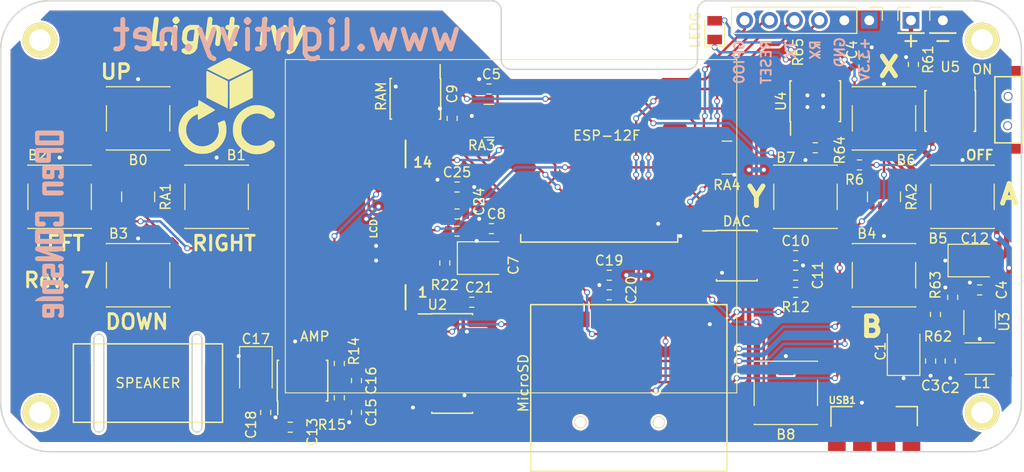
<source format=kicad_pcb>
(kicad_pcb (version 4) (host pcbnew 4.0.4-snap1-stable)
  (layers (0 F.Cu signal) (31 B.Cu signal) (34 B.Paste user) (35 F.Paste user) (36 B.SilkS user) (37 F.SilkS user) (38 B.Mask user) (39 F.Mask user) (44 Edge.Cuts user))
  (net 0 "")
  (net 1 GND)
  (net 2 VCC)
  (net 3 U1-15)
  (net 4 U1-16)
  (net 5 U1-1)
  (net 6 U1-12)
  (net 7 U3-3)
  (net 8 U5-5)
  (net 9 SW1-3)
  (net 10 U1-2)
  (net 11 U1-3)
  (net 12 U1-6)
  (net 13 U1-10)
  (net 14 U1-11)
  (net 15 U1-13)
  (net 16 U1-7)
  (net 17 U1-5)
  (net 18 VDD)
  (net 19 DAC-6)
  (net 20 AMP-2)
  (net 21 AMP-4)
  (net 22 AMP-5)
  (net 23 AMP-R15-2)
  (net 24 AMP-8)
  (net 25 U2-3)
  (net 26 U2-4)
  (net 27 U2-5)
  (net 28 U2-6)
  (net 29 U2-11)
  (net 30 U2-12)
  (net 31 U2-13)
  (net 32 U2-14)
  (net 33 U1-4)
  (net 34 U1-14)
  (net 35 LCD-4)
  (net 36 LCD-6)
  (net 37 USB1-1)
  (net 38 U3-4)
  (net 39 U3-5)
  (net 40 U4-2)
  (net 41 U4-7)
  (net 42 U4-LEDR-2)
  (module PinHeader_1x01_P2.54mm_Vertical (layer F.Cu) (at 190.75 71)
    (fp_text reference + (at 0 2) (layer F.SilkS) (effects (font (size 1.5 1.5) (thickness 0.2))))
    (fp_text value Conn_01x01)
    (pad 1 thru_hole rect (at 0 0) (size 1.7 1.7) (drill 1) (layers *.Cu *.Mask) (net 9 SW1-3))
  )
  (module PinHeader_1x01_P2.54mm_Vertical (layer F.Cu) (at 194 71)
    (fp_text reference - (at 0 2) (layer F.SilkS) (effects (font (size 1.5 1.5) (thickness 0.2))))
    (fp_text value Conn_01x01)
    (pad 1 thru_hole rect (at 0 0) (size 1.7 1.7) (drill 1) (layers *.Cu *.Mask) (net 1 GND))
  )
  (module PinHeader_1x06_P2.54mm_Vertical (layer F.Cu) (at 186.5 71 270)
    (fp_text reference JP2 hide)
    (fp_text value Conn_01x06)
    (pad 1 thru_hole rect (at 0 0 270) (size 1.7 1.7) (drill 1) (layers *.Cu *.Mask) (net 2 VCC))
    (pad 2 thru_hole oval (at 0 2.54 270) (size 1.7 1.7) (drill 1) (layers *.Cu *.Mask) (net 1 GND))
    (pad 3 thru_hole oval (at 0 5.08 270) (size 1.7 1.7) (drill 1) (layers *.Cu *.Mask) (net 3 U1-15))
    (pad 4 thru_hole oval (at 0 7.62 270) (size 1.7 1.7) (drill 1) (layers *.Cu *.Mask) (net 4 U1-16))
    (pad 5 thru_hole oval (at 0 10.16 270) (size 1.7 1.7) (drill 1) (layers *.Cu *.Mask) (net 5 U1-1))
    (pad 6 thru_hole oval (at 0 12.7 270) (size 1.7 1.7) (drill 1) (layers *.Cu *.Mask) (net 6 U1-12))
  )
  (module CP_EIA-3528-21_Kemet-B (layer F.Cu) (at 190 104.75 90)
    (fp_text reference C1 (at 0 -2.35 90) (layer F.SilkS))
    (fp_text value 220uF)
    (pad 1 smd rect (at -1.48 0 90) (size 1.46 2.4) (layers F.Cu F.Paste F.Mask) (net 1 GND))
    (pad 2 smd rect (at 1.48 0 90) (size 1.46 2.4) (layers F.Cu F.Paste F.Mask) (net 2 VCC))
  )
  (module CP_EIA-3528-21_Kemet-B (layer F.Cu) (at 197 95.5)
    (fp_text reference C12 (at 0.25 -2.25) (layer F.SilkS))
    (fp_text value 220uF)
    (pad 1 smd rect (at -1.48 0) (size 1.46 2.4) (layers F.Cu F.Paste F.Mask) (net 1 GND))
    (pad 2 smd rect (at 1.48 0) (size 1.46 2.4) (layers F.Cu F.Paste F.Mask) (net 38 U3-4))
  )
  (module C_0603_1608Metric (layer F.Cu) (at 194.75 105.75 90)
    (fp_text reference C2 (at -2.75 0 180) (layer F.SilkS))
    (fp_text value 22uF)
    (pad 1 smd rect (at -0.875 0 90) (size 0.67 1) (layers F.Cu F.Paste F.Mask) (net 1 GND))
    (pad 2 smd rect (at 0.875 0 90) (size 0.67 1) (layers F.Cu F.Paste F.Mask) (net 2 VCC))
  )
  (module C_0603_1608Metric (layer F.Cu) (at 192.75 105.75 90)
    (fp_text reference C3 (at -2.5 0 180) (layer F.SilkS))
    (fp_text value 100nF)
    (pad 1 smd rect (at -0.875 0 90) (size 0.67 1) (layers F.Cu F.Paste F.Mask) (net 1 GND))
    (pad 2 smd rect (at 0.875 0 90) (size 0.67 1) (layers F.Cu F.Paste F.Mask) (net 2 VCC))
  )
  (module SOIC-8_3.9x4.9mm_P1.27mm (layer F.Cu) (at 194.75 80.25 270)
    (fp_text reference U5 (at -4.5 0 360) (layer F.SilkS))
    (fp_text value DMS2085LSD)
    (pad 1 smd rect (at -2.7 -1.905 270) (size 1.55 0.6) (layers F.Cu F.Paste F.Mask) (net 37 USB1-1))
    (pad 2 smd rect (at -2.7 -0.635 270) (size 1.55 0.6) (layers F.Cu F.Paste F.Mask) (net 37 USB1-1))
    (pad 3 smd rect (at -2.7 0.635 270) (size 1.55 0.6) (layers F.Cu F.Paste F.Mask) (net 38 U3-4))
    (pad 4 smd rect (at -2.7 1.905 270) (size 1.55 0.6) (layers F.Cu F.Paste F.Mask) (net 37 USB1-1))
    (pad 5 smd rect (at 2.7 1.905 270) (size 1.55 0.6) (layers F.Cu F.Paste F.Mask) (net 8 U5-5))
    (pad 6 smd rect (at 2.7 0.635 270) (size 1.55 0.6) (layers F.Cu F.Paste F.Mask) (net 8 U5-5))
    (pad 7 smd rect (at 2.7 -0.635 270) (size 1.55 0.6) (layers F.Cu F.Paste F.Mask) (net 38 U3-4))
    (pad 8 smd rect (at 2.7 -1.905 270) (size 1.55 0.6) (layers F.Cu F.Paste F.Mask) (net 38 U3-4))
  )
  (module R_0603_1608Metric (layer F.Cu) (at 191 75.5 90)
    (fp_text reference R61 (at 0.5 1.5 90) (layer F.SilkS))
    (fp_text value 1M)
    (pad 1 smd rect (at -0.875 0 90) (size 0.67 1) (layers F.Cu F.Paste F.Mask) (net 37 USB1-1))
    (pad 2 smd rect (at 0.875 0 90) (size 0.67 1) (layers F.Cu F.Paste F.Mask) (net 1 GND))
  )
  (module SOT-23-5 (layer F.Cu) (at 197.75 101.5 90)
    (fp_text reference U3 (at -0.25 2.5 270) (layer F.SilkS))
    (fp_text value SY8008B)
    (pad 1 smd rect (at -1.1 -0.95 90) (size 1.06 0.65) (layers F.Cu F.Paste F.Mask) (net 38 U3-4))
    (pad 2 smd rect (at -1.1 0 90) (size 1.06 0.65) (layers F.Cu F.Paste F.Mask) (net 1 GND))
    (pad 3 smd rect (at -1.1 0.95 90) (size 1.06 0.65) (layers F.Cu F.Paste F.Mask) (net 7 U3-3))
    (pad 4 smd rect (at 1.1 0.95 90) (size 1.06 0.65) (layers F.Cu F.Paste F.Mask) (net 38 U3-4))
    (pad 5 smd rect (at 1.1 -0.95 90) (size 1.06 0.65) (layers F.Cu F.Paste F.Mask) (net 39 U3-5))
  )
  (module R_0603_1608Metric (layer F.Cu) (at 193.25 101 270)
    (fp_text reference R62 (at 2.25 -0.25 360) (layer F.SilkS))
    (fp_text value 453k)
    (pad 1 smd rect (at -0.875 0 270) (size 0.67 1) (layers F.Cu F.Paste F.Mask) (net 39 U3-5))
    (pad 2 smd rect (at 0.875 0 270) (size 0.67 1) (layers F.Cu F.Paste F.Mask) (net 2 VCC))
  )
  (module R_0603_1608Metric (layer F.Cu) (at 195 99.25 90)
    (fp_text reference R63 (at 1.25 -1.75 90) (layer F.SilkS))
    (fp_text value 100k)
    (pad 1 smd rect (at -0.875 0 90) (size 0.67 1) (layers F.Cu F.Paste F.Mask) (net 39 U3-5))
    (pad 2 smd rect (at 0.875 0 90) (size 0.67 1) (layers F.Cu F.Paste F.Mask) (net 1 GND))
  )
  (module C_0603_1608Metric (layer F.Cu) (at 197.75 98.5)
    (fp_text reference C4 (at 2.25 0 90) (layer F.SilkS))
    (fp_text value 22uF)
    (pad 1 smd rect (at -0.875 0) (size 0.67 1) (layers F.Cu F.Paste F.Mask) (net 1 GND))
    (pad 2 smd rect (at 0.875 0) (size 0.67 1) (layers F.Cu F.Paste F.Mask) (net 38 U3-4))
  )
  (module C_0603_1608Metric (layer F.Cu) (at 186 74.75 270)
    (fp_text reference C4 (at -0.75 1.25 270) (layer F.SilkS))
    (fp_text value 22uF)
    (pad 1 smd rect (at -0.875 0 270) (size 0.67 1) (layers F.Cu F.Paste F.Mask) (net 1 GND))
    (pad 2 smd rect (at 0.875 0 270) (size 0.67 1) (layers F.Cu F.Paste F.Mask) (net 9 SW1-3))
  )
  (module L_Taiyo-Yuden_MD-3030 (layer F.Cu) (at 197.75 105.5 180)
    (fp_text reference L1 (at -0.25 -2.5 180) (layer F.SilkS))
    (fp_text value 2.2uH)
    (pad 1 smd rect (at -1.1 0 180) (size 0.8 2.7) (layers F.Cu F.Paste F.Mask) (net 7 U3-3))
    (pad 2 smd rect (at 1.1 0 180) (size 0.8 2.7) (layers F.Cu F.Paste F.Mask) (net 2 VCC))
  )
  (module HTSOP-8-1EP_3.9x4.9mm_P1.27mm (layer F.Cu) (at 181 79.25 90)
    (fp_text reference U4 (at 0 -3.5 270) (layer F.SilkS))
    (fp_text value XT2052)
    (pad 1 smd rect (at -2.7 -1.905 90) (size 1.55 0.6) (layers F.Cu F.Paste F.Mask))
    (pad 2 smd rect (at -2.7 -0.635 90) (size 1.55 0.6) (layers F.Cu F.Paste F.Mask) (net 40 U4-2))
    (pad 3 smd rect (at -2.7 0.635 90) (size 1.55 0.6) (layers F.Cu F.Paste F.Mask) (net 1 GND))
    (pad 4 smd rect (at -2.7 1.905 90) (size 1.55 0.6) (layers F.Cu F.Paste F.Mask) (net 37 USB1-1))
    (pad 5 smd rect (at 2.7 1.905 90) (size 1.55 0.6) (layers F.Cu F.Paste F.Mask) (net 9 SW1-3))
    (pad 6 smd rect (at 2.7 0.635 90) (size 1.55 0.6) (layers F.Cu F.Paste F.Mask) (net 1 GND))
    (pad 7 smd rect (at 2.7 -0.635 90) (size 1.55 0.6) (layers F.Cu F.Paste F.Mask) (net 41 U4-7))
    (pad 8 smd rect (at 2.7 -1.905 90) (size 1.55 0.6) (layers F.Cu F.Paste F.Mask))
    (pad 9 smd rect (at 0.6 0.8 90) (size 1.2 1.6) (layers F.Cu F.Paste F.Mask) (net 1 GND))
    (pad 9 smd rect (at 0.6 -0.8 90) (size 1.2 1.6) (layers F.Cu F.Paste F.Mask) (net 1 GND))
    (pad 9 smd rect (at -0.6 0.8 90) (size 1.2 1.6) (layers F.Cu F.Paste F.Mask) (net 1 GND))
    (pad 9 smd rect (at -0.6 -0.8 90) (size 1.2 1.6) (layers F.Cu F.Paste F.Mask) (net 1 GND))
  )
  (module LED_0805_2012Metric (layer F.Cu) (at 170.75 72 90)
    (fp_text reference LEDG (at 0 -2 270) (layer F.SilkS))
    (fp_text value GREEN)
    (pad 1 smd rect (at -0.955 0 90) (size 0.97 1.5) (layers F.Cu F.Paste F.Mask) (net 41 U4-7))
    (pad 2 smd rect (at 0.955 0 90) (size 0.97 1.5) (layers F.Cu F.Paste F.Mask) (net 42 U4-LEDR-2))
  )
  (module R_0603_1608Metric (layer F.Cu) (at 181 84)
    (fp_text reference R64 (at 2.5 0.25 90) (layer F.SilkS))
    (fp_text value 2k)
    (pad 1 smd rect (at -0.875 0) (size 0.67 1) (layers F.Cu F.Paste F.Mask) (net 40 U4-2))
    (pad 2 smd rect (at 0.875 0) (size 0.67 1) (layers F.Cu F.Paste F.Mask) (net 1 GND))
  )
  (module R_0603_1608Metric (layer F.Cu) (at 181.25 74)
    (fp_text reference R65 (at -2 0.25 90) (layer F.SilkS))
    (fp_text value 2k)
    (pad 1 smd rect (at -0.875 0) (size 0.67 1) (layers F.Cu F.Paste F.Mask) (net 42 U4-LEDR-2))
    (pad 2 smd rect (at 0.875 0) (size 0.67 1) (layers F.Cu F.Paste F.Mask) (net 37 USB1-1))
  )
  (module USB-MICRO-B-FCI-10118192 (layer F.Cu) (at 187 114)
    (fp_text reference USB1 (at -3.25 -4.25) (layer F.SilkS) (effects (font (size 0.7 0.7))))
    (fp_text value USB_B_Micro hide)
    (pad 6 smd rect (at -3.1 -2.55) (size 2.1 1.6) (layers F.Cu F.Paste F.Mask) (net 1 GND))
    (pad 6 smd rect (at 3.1 -2.55) (size 2.1 1.6) (layers F.Cu F.Paste F.Mask))
    (pad "" smd rect (at -1.2 0) (size 1.9 1.9) (layers F.Cu F.Paste F.Mask))
    (pad "" smd rect (at 1.2 0) (size 1.9 1.9) (layers F.Cu F.Paste F.Mask))
    (pad 1 smd rect (at -1.3 -2.675) (size 0.4 1.35) (layers F.Cu F.Paste F.Mask) (net 1 GND))
    (pad 2 smd rect (at -0.65 -2.675) (size 0.4 1.35) (layers F.Cu F.Paste F.Mask))
    (pad 3 smd rect (at 0 -2.675) (size 0.4 1.35) (layers F.Cu F.Paste F.Mask))
    (pad 4 smd rect (at 0.65 -2.675) (size 0.4 1.35) (layers F.Cu F.Paste F.Mask))
    (pad 5 smd rect (at 1.3 -2.675) (size 0.4 1.35) (layers F.Cu F.Paste F.Mask) (net 37 USB1-1))
    (pad "" smd rect (at -3.8 0) (size 1.8 1.9) (layers F.Cu F.Paste F.Mask))
    (pad "" smd rect (at 3.8 0) (size 1.8 1.9) (layers F.Cu F.Paste F.Mask))
  )
  (module MSK12C02 (layer F.Cu) (at 202 84 180)
    (fp_text reference ON (at 4 8 360) (layer F.SilkS))
    (fp_text value *)
    (pad NC smd rect (at 1.3 -0.1 180) (size 2.8 1) (layers F.Cu F.Paste F.Mask))
    (pad 1 smd rect (at 3.2 1.5 270) (size 0.7 1) (layers F.Cu F.Paste F.Mask))
    (pad 3 smd rect (at 3.2 6 270) (size 0.7 1) (layers F.Cu F.Paste F.Mask) (net 9 SW1-3))
    (pad 2 smd rect (at 3.2 4.5 270) (size 0.7 1) (layers F.Cu F.Paste F.Mask) (net 8 U5-5))
    (pad NC smd rect (at 1.3 7.85 180) (size 2.8 1) (layers F.Cu F.Paste F.Mask))
    (pad "" np_thru_hole circle (at 1.4 2.25 180) (size 0.9 0.9) (drill 0.7) (layers *.Cu *.Mask))
    (pad "" np_thru_hole circle (at 1.35 5.25 180) (size 0.9 0.9) (drill 0.7) (layers *.Cu *.Mask))
  )
  (module R_Array_Convex_4x0603 (layer F.Cu) (at 147.75 81.25)
    (fp_text reference RA3 (at -0.75 2.5) (layer F.SilkS))
    (fp_text value 10k)
    (pad 1 smd rect (at -0.9 -1.2) (size 0.8 0.5) (layers F.Cu F.Paste F.Mask) (net 2 VCC))
    (pad 3 smd rect (at -0.9 0.4) (size 0.8 0.4) (layers F.Cu F.Paste F.Mask) (net 2 VCC))
    (pad 2 smd rect (at -0.9 -0.4) (size 0.8 0.4) (layers F.Cu F.Paste F.Mask) (net 1 GND))
    (pad 4 smd rect (at -0.9 1.2) (size 0.8 0.5) (layers F.Cu F.Paste F.Mask) (net 2 VCC))
    (pad 7 smd rect (at 0.9 -0.4) (size 0.8 0.4) (layers F.Cu F.Paste F.Mask) (net 10 U1-2))
    (pad 8 smd rect (at 0.9 -1.2) (size 0.8 0.5) (layers F.Cu F.Paste F.Mask) (net 5 U1-1))
    (pad 6 smd rect (at 0.9 0.4) (size 0.8 0.4) (layers F.Cu F.Paste F.Mask) (net 11 U1-3))
    (pad 5 smd rect (at 0.9 1.2) (size 0.8 0.5) (layers F.Cu F.Paste F.Mask) (net 12 U1-6))
  )
  (module R_Array_Convex_4x0603 (layer F.Cu) (at 172 85 180)
    (fp_text reference RA4 (at 0 -2.8 180) (layer F.SilkS))
    (fp_text value 10k)
    (pad 1 smd rect (at -0.9 -1.2 180) (size 0.8 0.5) (layers F.Cu F.Paste F.Mask) (net 1 GND))
    (pad 3 smd rect (at -0.9 0.4 180) (size 0.8 0.4) (layers F.Cu F.Paste F.Mask) (net 2 VCC))
    (pad 2 smd rect (at -0.9 -0.4 180) (size 0.8 0.4) (layers F.Cu F.Paste F.Mask) (net 2 VCC))
    (pad 4 smd rect (at -0.9 1.2 180) (size 0.8 0.5) (layers F.Cu F.Paste F.Mask) (net 2 VCC))
    (pad 7 smd rect (at 0.9 -0.4 180) (size 0.8 0.4) (layers F.Cu F.Paste F.Mask) (net 14 U1-11))
    (pad 8 smd rect (at 0.9 -1.2 180) (size 0.8 0.5) (layers F.Cu F.Paste F.Mask) (net 13 U1-10))
    (pad 6 smd rect (at 0.9 0.4 180) (size 0.8 0.4) (layers F.Cu F.Paste F.Mask) (net 6 U1-12))
    (pad 5 smd rect (at 0.9 1.2 180) (size 0.8 0.5) (layers F.Cu F.Paste F.Mask) (net 4 U1-16))
  )
  (module C_0603_1608Metric (layer F.Cu) (at 147.75 78)
    (fp_text reference C5 (at 0.25 -1.5 180) (layer F.SilkS))
    (fp_text value 1uF)
    (pad 1 smd rect (at -0.875 0) (size 0.67 1) (layers F.Cu F.Paste F.Mask) (net 1 GND))
    (pad 2 smd rect (at 0.875 0) (size 0.67 1) (layers F.Cu F.Paste F.Mask) (net 5 U1-1))
  )
  (module R_0603_1608Metric (layer F.Cu) (at 185.5 85.75)
    (fp_text reference R6 (at -0.5 1.5) (layer F.SilkS))
    (fp_text value 30k)
    (pad 1 smd rect (at -0.875 0) (size 0.67 1) (layers F.Cu F.Paste F.Mask) (net 10 U1-2))
    (pad 2 smd rect (at 0.875 0) (size 0.67 1) (layers F.Cu F.Paste F.Mask) (net 8 U5-5))
  )
  (module CP_EIA-3528-21_Kemet-B (layer F.Cu) (at 147 95.25)
    (fp_text reference C7 (at 3.25 0.75 90) (layer F.SilkS))
    (fp_text value 220uF)
    (pad 1 smd rect (at -1.48 0) (size 1.46 2.4) (layers F.Cu F.Paste F.Mask) (net 1 GND))
    (pad 2 smd rect (at 1.48 0) (size 1.46 2.4) (layers F.Cu F.Paste F.Mask) (net 2 VCC))
  )
  (module C_0603_1608Metric (layer F.Cu) (at 148 92.25)
    (fp_text reference C8 (at 0.5 -1.5) (layer F.SilkS))
    (fp_text value 100nF)
    (pad 1 smd rect (at -0.875 0) (size 0.67 1) (layers F.Cu F.Paste F.Mask) (net 1 GND))
    (pad 2 smd rect (at 0.875 0) (size 0.67 1) (layers F.Cu F.Paste F.Mask) (net 2 VCC))
  )
  (module ESP-12F (layer F.Cu) (at 152 78)
    (fp_text reference ESP-12F (at 7.75 4.75) (layer F.SilkS))
    (fp_text value ESP-12F)
    (pad 1 smd rect (at 0 0) (size 2.5 1.1) (drill (offset -0.7 0)) (layers F.Cu F.Paste F.Mask) (net 5 U1-1))
    (pad 2 smd oval (at 0 2) (size 2.5 1.1) (drill (offset -0.7 0)) (layers F.Cu F.Paste F.Mask) (net 10 U1-2))
    (pad 3 smd oval (at 0 4) (size 2.5 1.1) (drill (offset -0.7 0)) (layers F.Cu F.Paste F.Mask) (net 11 U1-3))
    (pad 4 smd oval (at 0 6) (size 2.5 1.1) (drill (offset -0.7 0)) (layers F.Cu F.Paste F.Mask) (net 33 U1-4))
    (pad 5 smd oval (at 0 8) (size 2.5 1.1) (drill (offset -0.7 0)) (layers F.Cu F.Paste F.Mask) (net 17 U1-5))
    (pad 6 smd oval (at 0 10) (size 2.5 1.1) (drill (offset -0.7 0)) (layers F.Cu F.Paste F.Mask) (net 12 U1-6))
    (pad 7 smd oval (at 0 12) (size 2.5 1.1) (drill (offset -0.7 0)) (layers F.Cu F.Paste F.Mask) (net 16 U1-7))
    (pad 8 smd oval (at 0 14) (size 2.5 1.1) (drill (offset -0.7 0)) (layers F.Cu F.Paste F.Mask) (net 2 VCC))
    (pad 9 smd oval (at 14 14) (size 2.5 1.1) (drill (offset 0.7 0)) (layers F.Cu F.Paste F.Mask) (net 1 GND))
    (pad 10 smd oval (at 14 12) (size 2.5 1.1) (drill (offset 0.6 0)) (layers F.Cu F.Paste F.Mask) (net 13 U1-10))
    (pad 11 smd oval (at 14 10) (size 2.5 1.1) (drill (offset 0.7 0)) (layers F.Cu F.Paste F.Mask) (net 14 U1-11))
    (pad 12 smd oval (at 14 8) (size 2.5 1.1) (drill (offset 0.7 0)) (layers F.Cu F.Paste F.Mask) (net 6 U1-12))
    (pad 13 smd oval (at 14 6) (size 2.5 1.1) (drill (offset 0.7 0)) (layers F.Cu F.Paste F.Mask) (net 15 U1-13))
    (pad 14 smd oval (at 14 4) (size 2.5 1.1) (drill (offset 0.7 0)) (layers F.Cu F.Paste F.Mask) (net 34 U1-14))
    (pad 15 smd oval (at 14 2) (size 2.5 1.1) (drill (offset 0.7 0)) (layers F.Cu F.Paste F.Mask) (net 3 U1-15))
    (pad 16 smd oval (at 14 0) (size 2.5 1.1) (drill (offset 0.7 0)) (layers F.Cu F.Paste F.Mask) (net 4 U1-16))
  )
  (module C_0603_1608Metric (layer F.Cu) (at 144 81 270)
    (fp_text reference C9 (at -2.5 0 270) (layer F.SilkS))
    (fp_text value 100nF)
    (pad 1 smd rect (at -0.875 0 270) (size 0.67 1) (layers F.Cu F.Paste F.Mask) (net 1 GND))
    (pad 2 smd rect (at 0.875 0 270) (size 0.67 1) (layers F.Cu F.Paste F.Mask) (net 2 VCC))
  )
  (module SOIC-8_3.9x4.9mm_P1.27mm (layer F.Cu) (at 140.25 79 270)
    (fp_text reference RAM (at -0.25 3.5 450) (layer F.SilkS))
    (fp_text value VTI7064MSME)
    (pad 1 smd rect (at -2.7 -1.905 270) (size 1.55 0.6) (layers F.Cu F.Paste F.Mask) (net 15 U1-13))
    (pad 2 smd rect (at -2.7 -0.635 270) (size 1.55 0.6) (layers F.Cu F.Paste F.Mask) (net 12 U1-6))
    (pad 3 smd rect (at -2.7 0.635 270) (size 1.55 0.6) (layers F.Cu F.Paste F.Mask))
    (pad 4 smd rect (at -2.7 1.905 270) (size 1.55 0.6) (layers F.Cu F.Paste F.Mask) (net 1 GND))
    (pad 5 smd rect (at 2.7 1.905 270) (size 1.55 0.6) (layers F.Cu F.Paste F.Mask) (net 16 U1-7))
    (pad 6 smd rect (at 2.7 0.635 270) (size 1.55 0.6) (layers F.Cu F.Paste F.Mask) (net 17 U1-5))
    (pad 7 smd rect (at 2.7 -0.635 270) (size 1.55 0.6) (layers F.Cu F.Paste F.Mask))
    (pad 8 smd rect (at 2.7 -1.905 270) (size 1.55 0.6) (layers F.Cu F.Paste F.Mask) (net 2 VCC))
  )
  (module C_0603_1608Metric (layer F.Cu) (at 179 95 180)
    (fp_text reference C10 (at 0 1.5 180) (layer F.SilkS))
    (fp_text value 22uF)
    (pad 1 smd rect (at -0.875 0 180) (size 0.67 1) (layers F.Cu F.Paste F.Mask) (net 1 GND))
    (pad 2 smd rect (at 0.875 0 180) (size 0.67 1) (layers F.Cu F.Paste F.Mask) (net 18 VDD))
  )
  (module C_0603_1608Metric (layer F.Cu) (at 179 97 180)
    (fp_text reference C11 (at -2.25 0 270) (layer F.SilkS))
    (fp_text value 100nF)
    (pad 1 smd rect (at -0.875 0 180) (size 0.67 1) (layers F.Cu F.Paste F.Mask) (net 1 GND))
    (pad 2 smd rect (at 0.875 0 180) (size 0.67 1) (layers F.Cu F.Paste F.Mask) (net 18 VDD))
  )
  (module R_0603_1608Metric (layer F.Cu) (at 179 98.75 180)
    (fp_text reference R12 (at 0 -1.5 360) (layer F.SilkS))
    (fp_text value 10)
    (pad 1 smd rect (at -0.875 0 180) (size 0.67 1) (layers F.Cu F.Paste F.Mask) (net 2 VCC))
    (pad 2 smd rect (at 0.875 0 180) (size 0.67 1) (layers F.Cu F.Paste F.Mask) (net 18 VDD))
  )
  (module SOIC-8_3.9x4.9mm_P1.27mm (layer F.Cu) (at 173 95)
    (fp_text reference DAC (at 0 -3.5) (layer F.SilkS))
    (fp_text value PT8211-S)
    (pad 1 smd rect (at -2.7 -1.905) (size 1.55 0.6) (layers F.Cu F.Paste F.Mask) (net 13 U1-10))
    (pad 2 smd rect (at -2.7 -0.635) (size 1.55 0.6) (layers F.Cu F.Paste F.Mask) (net 14 U1-11))
    (pad 3 smd rect (at -2.7 0.635) (size 1.55 0.6) (layers F.Cu F.Paste F.Mask) (net 3 U1-15))
    (pad 4 smd rect (at -2.7 1.905) (size 1.55 0.6) (layers F.Cu F.Paste F.Mask) (net 1 GND))
    (pad 5 smd rect (at 2.7 1.905) (size 1.55 0.6) (layers F.Cu F.Paste F.Mask) (net 18 VDD))
    (pad 6 smd rect (at 2.7 0.635) (size 1.55 0.6) (layers F.Cu F.Paste F.Mask) (net 19 DAC-6))
    (pad 7 smd rect (at 2.7 -0.635) (size 1.55 0.6) (layers F.Cu F.Paste F.Mask))
    (pad 8 smd rect (at 2.7 -1.905) (size 1.55 0.6) (layers F.Cu F.Paste F.Mask) (net 19 DAC-6))
  )
  (module C_0603_1608Metric (layer F.Cu) (at 127.5 112.5)
    (fp_text reference C13 (at 2.25 0.5 90) (layer F.SilkS))
    (fp_text value 1uF)
    (pad 1 smd rect (at -0.875 0) (size 0.67 1) (layers F.Cu F.Paste F.Mask) (net 1 GND))
    (pad 2 smd rect (at 0.875 0) (size 0.67 1) (layers F.Cu F.Paste F.Mask) (net 20 AMP-2))
  )
  (module R_0603_1608Metric (layer F.Cu) (at 132.5 106 90)
    (fp_text reference R14 (at 1.25 1.5 270) (layer F.SilkS))
    (fp_text value 30k)
    (pad 1 smd rect (at -0.875 0 90) (size 0.67 1) (layers F.Cu F.Paste F.Mask) (net 21 AMP-4))
    (pad 2 smd rect (at 0.875 0 90) (size 0.67 1) (layers F.Cu F.Paste F.Mask) (net 22 AMP-5))
  )
  (module R_0603_1608Metric (layer F.Cu) (at 132.5 109.5 90)
    (fp_text reference R15 (at -2.75 -0.75 180) (layer F.SilkS))
    (fp_text value 20k)
    (pad 1 smd rect (at -0.875 0 90) (size 0.67 1) (layers F.Cu F.Paste F.Mask) (net 21 AMP-4))
    (pad 2 smd rect (at 0.875 0 90) (size 0.67 1) (layers F.Cu F.Paste F.Mask) (net 23 AMP-R15-2))
  )
  (module C_0603_1608Metric (layer F.Cu) (at 134.25 107.75 90)
    (fp_text reference C16 (at 0 1.5 270) (layer F.SilkS))
    (fp_text value 100nF)
    (pad 1 smd rect (at -0.875 0 90) (size 0.67 1) (layers F.Cu F.Paste F.Mask) (net 23 AMP-R15-2))
    (pad 2 smd rect (at 0.875 0 90) (size 0.67 1) (layers F.Cu F.Paste F.Mask) (net 19 DAC-6))
  )
  (module C_0603_1608Metric (layer F.Cu) (at 134.25 111 270)
    (fp_text reference C15 (at 0 -1.5 450) (layer F.SilkS))
    (fp_text value 100nF)
    (pad 1 smd rect (at -0.875 0 270) (size 0.67 1) (layers F.Cu F.Paste F.Mask) (net 23 AMP-R15-2))
    (pad 2 smd rect (at 0.875 0 270) (size 0.67 1) (layers F.Cu F.Paste F.Mask) (net 1 GND))
  )
  (module CP_EIA-3528-21_Kemet-B (layer F.Cu) (at 124 106.75 270)
    (fp_text reference C17 (at -3.25 0 360) (layer F.SilkS))
    (fp_text value 220uF)
    (pad 1 smd rect (at -1.48 0 270) (size 1.46 2.4) (layers F.Cu F.Paste F.Mask) (net 1 GND))
    (pad 2 smd rect (at 1.48 0 270) (size 1.46 2.4) (layers F.Cu F.Paste F.Mask) (net 2 VCC))
  )
  (module C_0603_1608Metric (layer F.Cu) (at 125 111 90)
    (fp_text reference C18 (at -1.25 -1.5 90) (layer F.SilkS))
    (fp_text value 100nF)
    (pad 1 smd rect (at -0.875 0 90) (size 0.67 1) (layers F.Cu F.Paste F.Mask) (net 1 GND))
    (pad 2 smd rect (at 0.875 0 90) (size 0.67 1) (layers F.Cu F.Paste F.Mask) (net 2 VCC))
  )
  (module SOIC-8_3.9x4.9mm_P1.27mm (layer F.Cu) (at 128.75 107.75 90)
    (fp_text reference AMP (at 4.5 1.25 360) (layer F.SilkS))
    (fp_text value FM8002A)
    (pad 1 smd rect (at -2.7 -1.905 90) (size 1.55 0.6) (layers F.Cu F.Paste F.Mask) (net 1 GND))
    (pad 2 smd rect (at -2.7 -0.635 90) (size 1.55 0.6) (layers F.Cu F.Paste F.Mask) (net 20 AMP-2))
    (pad 3 smd rect (at -2.7 0.635 90) (size 1.55 0.6) (layers F.Cu F.Paste F.Mask) (net 20 AMP-2))
    (pad 4 smd rect (at -2.7 1.905 90) (size 1.55 0.6) (layers F.Cu F.Paste F.Mask) (net 21 AMP-4))
    (pad 5 smd rect (at 2.7 1.905 90) (size 1.55 0.6) (layers F.Cu F.Paste F.Mask) (net 22 AMP-5))
    (pad 6 smd rect (at 2.7 0.635 90) (size 1.55 0.6) (layers F.Cu F.Paste F.Mask) (net 2 VCC))
    (pad 7 smd rect (at 2.7 -0.635 90) (size 1.55 0.6) (layers F.Cu F.Paste F.Mask) (net 1 GND))
    (pad 8 smd rect (at 2.7 -1.905 90) (size 1.55 0.6) (layers F.Cu F.Paste F.Mask) (net 24 AMP-8))
  )
  (module Speaker_7417Q (layer F.Cu) (at 113 108)
    (fp_text reference SPEAKER (at 0 0) (layer F.SilkS))
    (fp_text value Speaker)
    (pad 1 smd rect (at 6.8 -4) (size 1.6 3.6) (layers F.Cu F.Mask) (net 24 AMP-8))
    (pad 2 smd rect (at -6.8 -4) (size 1.6 3.6) (layers F.Cu F.Mask) (net 22 AMP-5))
  )
  (module C_0603_1608Metric (layer F.Cu) (at 160 97)
    (fp_text reference C19 (at 0 -1.5) (layer F.SilkS))
    (fp_text value 22uF)
    (pad 1 smd rect (at -0.875 0) (size 0.67 1) (layers F.Cu F.Paste F.Mask) (net 1 GND))
    (pad 2 smd rect (at 0.875 0) (size 0.67 1) (layers F.Cu F.Paste F.Mask) (net 2 VCC))
  )
  (module C_0603_1608Metric (layer F.Cu) (at 160 99)
    (fp_text reference C20 (at 2.25 -0.5 90) (layer F.SilkS))
    (fp_text value 100nF)
    (pad 1 smd rect (at -0.875 0) (size 0.67 1) (layers F.Cu F.Paste F.Mask) (net 1 GND))
    (pad 2 smd rect (at 0.875 0) (size 0.67 1) (layers F.Cu F.Paste F.Mask) (net 2 VCC))
  )
  (module MicroSD_TFP-09-2-12B (layer F.Cu) (at 162 112 90)
    (fp_text reference MicroSD (at 4 -10.75 90) (layer F.SilkS))
    (fp_text value Micro_SD_Card_Det)
    (pad "" np_thru_hole circle (at 0 -4.93 90) (size 1.2 1.2) (drill 1) (layers *.Cu *.Mask F.SilkS))
    (pad "" np_thru_hole circle (at 0 3.05 90) (size 1.2 1.2) (drill 1) (layers *.Cu *.Mask F.SilkS))
    (pad 1 smd rect (at 10.5 2.25 90) (size 1.6 0.7) (layers F.Cu F.Paste F.Mask))
    (pad 2 smd rect (at 10.5 1.15 90) (size 1.6 0.7) (layers F.Cu F.Paste F.Mask) (net 4 U1-16))
    (pad 3 smd rect (at 10.5 0.05 90) (size 1.6 0.7) (layers F.Cu F.Paste F.Mask) (net 16 U1-7))
    (pad 4 smd rect (at 10.5 -1.05 90) (size 1.6 0.7) (layers F.Cu F.Paste F.Mask) (net 2 VCC))
    (pad 5 smd rect (at 10.5 -2.15 90) (size 1.6 0.7) (layers F.Cu F.Paste F.Mask) (net 17 U1-5))
    (pad 6 smd rect (at 10.5 -3.25 90) (size 1.6 0.7) (layers F.Cu F.Paste F.Mask) (net 1 GND))
    (pad 7 smd rect (at 10.5 -4.35 90) (size 1.6 0.7) (layers F.Cu F.Paste F.Mask) (net 12 U1-6))
    (pad 8 smd rect (at 10.5 -5.45 90) (size 1.6 0.7) (layers F.Cu F.Paste F.Mask))
    (pad 9 smd rect (at 10.5 -6.55 90) (size 1.6 0.6) (layers F.Cu F.Paste F.Mask))
    (pad 10 smd rect (at 0.4 7.75 90) (size 2.2 1.2) (layers F.Cu F.Paste F.Mask))
    (pad 11 smd rect (at 0.4 -7.75 90) (size 2.2 1.2) (layers F.Cu F.Paste F.Mask))
    (pad 12 smd rect (at 10 6.85 90) (size 1.4 1.6) (layers F.Cu F.Paste F.Mask) (net 1 GND))
    (pad 13 smd rect (at 10 -7.75 90) (size 1.4 1.1) (layers F.Cu F.Paste F.Mask))
  )
  (module R_Array_Convex_4x0603 (layer F.Cu) (at 112 89 270)
    (fp_text reference RA1 (at 0 -2.8 270) (layer F.SilkS))
    (fp_text value 10k)
    (pad 1 smd rect (at -0.9 -1.2 270) (size 0.8 0.5) (layers F.Cu F.Paste F.Mask) (net 2 VCC))
    (pad 3 smd rect (at -0.9 0.4 270) (size 0.8 0.4) (layers F.Cu F.Paste F.Mask) (net 2 VCC))
    (pad 2 smd rect (at -0.9 -0.4 270) (size 0.8 0.4) (layers F.Cu F.Paste F.Mask) (net 2 VCC))
    (pad 4 smd rect (at -0.9 1.2 270) (size 0.8 0.5) (layers F.Cu F.Paste F.Mask) (net 2 VCC))
    (pad 7 smd rect (at 0.9 -0.4 270) (size 0.8 0.4) (layers F.Cu F.Paste F.Mask) (net 28 U2-6))
    (pad 8 smd rect (at 0.9 -1.2 270) (size 0.8 0.5) (layers F.Cu F.Paste F.Mask) (net 26 U2-4))
    (pad 6 smd rect (at 0.9 0.4 270) (size 0.8 0.4) (layers F.Cu F.Paste F.Mask) (net 27 U2-5))
    (pad 5 smd rect (at 0.9 1.2 270) (size 0.8 0.5) (layers F.Cu F.Paste F.Mask) (net 25 U2-3))
  )
  (module R_Array_Convex_4x0603 (layer F.Cu) (at 188 89 270)
    (fp_text reference RA2 (at 0 -2.8 270) (layer F.SilkS))
    (fp_text value 10k)
    (pad 1 smd rect (at -0.9 -1.2 270) (size 0.8 0.5) (layers F.Cu F.Paste F.Mask) (net 2 VCC))
    (pad 3 smd rect (at -0.9 0.4 270) (size 0.8 0.4) (layers F.Cu F.Paste F.Mask) (net 2 VCC))
    (pad 2 smd rect (at -0.9 -0.4 270) (size 0.8 0.4) (layers F.Cu F.Paste F.Mask) (net 2 VCC))
    (pad 4 smd rect (at -0.9 1.2 270) (size 0.8 0.5) (layers F.Cu F.Paste F.Mask) (net 2 VCC))
    (pad 7 smd rect (at 0.9 -0.4 270) (size 0.8 0.4) (layers F.Cu F.Paste F.Mask) (net 30 U2-12))
    (pad 8 smd rect (at 0.9 -1.2 270) (size 0.8 0.5) (layers F.Cu F.Paste F.Mask) (net 31 U2-13))
    (pad 6 smd rect (at 0.9 0.4 270) (size 0.8 0.4) (layers F.Cu F.Paste F.Mask) (net 29 U2-11))
    (pad 5 smd rect (at 0.9 1.2 270) (size 0.8 0.5) (layers F.Cu F.Paste F.Mask) (net 32 U2-14))
  )
  (module SOFT_BUTTON_6x6mm.kicad_mod (layer F.Cu) (at 112 81)
    (fp_text reference B0 (at 0 4.25) (layer F.SilkS))
    (fp_text value SW_DIP_x01)
    (pad 1 smd rect (at 0 -2.5) (size 1.5 1.4) (layers F.Cu F.Paste F.Mask) (net 1 GND))
    (pad 2 smd rect (at 0 2.5) (size 1.5 1.4) (layers F.Cu F.Paste F.Mask) (net 25 U2-3))
  )
  (module SOFT_BUTTON_6x6mm.kicad_mod (layer F.Cu) (at 120 89)
    (fp_text reference B1 (at 2 -4.25) (layer F.SilkS))
    (fp_text value SW_DIP_x01)
    (pad 1 smd rect (at 0 -2.5) (size 1.5 1.4) (layers F.Cu F.Paste F.Mask) (net 1 GND))
    (pad 2 smd rect (at 0 2.5) (size 1.5 1.4) (layers F.Cu F.Paste F.Mask) (net 26 U2-4))
  )
  (module SOFT_BUTTON_6x6mm.kicad_mod (layer F.Cu) (at 104 89)
    (fp_text reference B2 (at -2.25 -4.25) (layer F.SilkS))
    (fp_text value SW_DIP_x01)
    (pad 1 smd rect (at 0 -2.5) (size 1.5 1.4) (layers F.Cu F.Paste F.Mask) (net 1 GND))
    (pad 2 smd rect (at 0 2.5) (size 1.5 1.4) (layers F.Cu F.Paste F.Mask) (net 27 U2-5))
  )
  (module SOFT_BUTTON_6x6mm.kicad_mod (layer F.Cu) (at 112 97)
    (fp_text reference B3 (at -2 -4.25) (layer F.SilkS))
    (fp_text value SW_DIP_x01)
    (pad 1 smd rect (at 0 -2.5) (size 1.5 1.4) (layers F.Cu F.Paste F.Mask) (net 1 GND))
    (pad 2 smd rect (at 0 2.5) (size 1.5 1.4) (layers F.Cu F.Paste F.Mask) (net 28 U2-6))
  )
  (module SOFT_BUTTON_6x6mm.kicad_mod (layer F.Cu) (at 188 97)
    (fp_text reference B4 (at -1.75 -4.25) (layer F.SilkS))
    (fp_text value SW_DIP_x01)
    (pad 1 smd rect (at 0 -2.5) (size 1.5 1.4) (layers F.Cu F.Paste F.Mask) (net 1 GND))
    (pad 2 smd rect (at 0 2.5) (size 1.5 1.4) (layers F.Cu F.Paste F.Mask) (net 29 U2-11))
  )
  (module SOFT_BUTTON_6x6mm.kicad_mod (layer F.Cu) (at 196 89)
    (fp_text reference B5 (at -2.5 4.25) (layer F.SilkS))
    (fp_text value SW_DIP_x01)
    (pad 1 smd rect (at 0 -2.5) (size 1.5 1.4) (layers F.Cu F.Paste F.Mask) (net 1 GND))
    (pad 2 smd rect (at 0 2.5) (size 1.5 1.4) (layers F.Cu F.Paste F.Mask) (net 30 U2-12))
  )
  (module SOFT_BUTTON_6x6mm.kicad_mod (layer F.Cu) (at 188 81)
    (fp_text reference B6 (at 2.25 4.25) (layer F.SilkS))
    (fp_text value SW_DIP_x01)
    (pad 1 smd rect (at 0 -2.5) (size 1.5 1.4) (layers F.Cu F.Paste F.Mask) (net 1 GND))
    (pad 2 smd rect (at 0 2.5) (size 1.5 1.4) (layers F.Cu F.Paste F.Mask) (net 31 U2-13))
  )
  (module SOFT_BUTTON_6x6mm.kicad_mod (layer F.Cu) (at 180 89)
    (fp_text reference B7 (at -2 -4) (layer F.SilkS))
    (fp_text value SW_DIP_x01)
    (pad 1 smd rect (at 0 -2.5) (size 1.5 1.4) (layers F.Cu F.Paste F.Mask) (net 1 GND))
    (pad 2 smd rect (at 0 2.5) (size 1.5 1.4) (layers F.Cu F.Paste F.Mask) (net 32 U2-14))
  )
  (module SOFT_BUTTON_6x6mm.kicad_mod (layer F.Cu) (at 178 109)
    (fp_text reference B8 (at 0 4.25) (layer F.SilkS))
    (fp_text value SW_DIP_x01)
    (pad 1 smd rect (at 0 -2.5) (size 1.5 1.4) (layers F.Cu F.Paste F.Mask) (net 1 GND))
    (pad 2 smd rect (at 0 2.5) (size 1.5 1.4) (layers F.Cu F.Paste F.Mask) (net 6 U1-12))
  )
  (module C_0603_1608Metric (layer F.Cu) (at 146 99.75)
    (fp_text reference C21 (at 0.75 -1.5) (layer F.SilkS))
    (fp_text value 100nF)
    (pad 1 smd rect (at -0.875 0) (size 0.67 1) (layers F.Cu F.Paste F.Mask) (net 1 GND))
    (pad 2 smd rect (at 0.875 0) (size 0.67 1) (layers F.Cu F.Paste F.Mask) (net 2 VCC))
  )
  (module SOIC-16_3.9x9.9mm_P1.27mm (layer F.Cu) (at 144 106)
    (fp_text reference U2 (at -1.5 -6) (layer F.SilkS))
    (fp_text value 74HC165)
    (pad 1 smd rect (at -2.7 -4.445) (size 1.5 0.6) (layers F.Cu F.Paste F.Mask) (net 33 U1-4))
    (pad 2 smd rect (at -2.7 -3.175) (size 1.5 0.6) (layers F.Cu F.Paste F.Mask) (net 4 U1-16))
    (pad 3 smd rect (at -2.7 -1.905) (size 1.5 0.6) (layers F.Cu F.Paste F.Mask) (net 25 U2-3))
    (pad 4 smd rect (at -2.7 -0.635) (size 1.5 0.6) (layers F.Cu F.Paste F.Mask) (net 26 U2-4))
    (pad 5 smd rect (at -2.7 0.635) (size 1.5 0.6) (layers F.Cu F.Paste F.Mask) (net 27 U2-5))
    (pad 6 smd rect (at -2.7 1.905) (size 1.5 0.6) (layers F.Cu F.Paste F.Mask) (net 28 U2-6))
    (pad 7 smd rect (at -2.7 3.175) (size 1.5 0.6) (layers F.Cu F.Paste F.Mask))
    (pad 8 smd rect (at -2.7 4.445) (size 1.5 0.6) (layers F.Cu F.Paste F.Mask) (net 1 GND))
    (pad 9 smd rect (at 2.7 4.445) (size 1.5 0.6) (layers F.Cu F.Paste F.Mask) (net 34 U1-14))
    (pad 10 smd rect (at 2.7 3.175) (size 1.5 0.6) (layers F.Cu F.Paste F.Mask) (net 1 GND))
    (pad 11 smd rect (at 2.7 1.905) (size 1.5 0.6) (layers F.Cu F.Paste F.Mask) (net 29 U2-11))
    (pad 12 smd rect (at 2.7 0.635) (size 1.5 0.6) (layers F.Cu F.Paste F.Mask) (net 30 U2-12))
    (pad 13 smd rect (at 2.7 -0.635) (size 1.5 0.6) (layers F.Cu F.Paste F.Mask) (net 31 U2-13))
    (pad 14 smd rect (at 2.7 -1.905) (size 1.5 0.6) (layers F.Cu F.Paste F.Mask) (net 32 U2-14))
    (pad 15 smd rect (at 2.7 -3.175) (size 1.5 0.6) (layers F.Cu F.Paste F.Mask) (net 1 GND))
    (pad 16 smd rect (at 2.7 -4.445) (size 1.5 0.6) (layers F.Cu F.Paste F.Mask) (net 2 VCC))
  )
  (module R_0603_1608Metric (layer F.Cu) (at 143.25 95.75 90)
    (fp_text reference R22 (at -2.25 0 180) (layer F.SilkS))
    (fp_text value 18)
    (pad 1 smd rect (at -0.875 0 90) (size 0.67 1) (layers F.Cu F.Paste F.Mask) (net 2 VCC))
    (pad 2 smd rect (at 0.875 0 90) (size 0.67 1) (layers F.Cu F.Paste F.Mask) (net 35 LCD-4))
  )
  (module R_0603_1608Metric (layer F.Cu) (at 144.5 92.5 180)
    (fp_text reference R23 hide)
    (fp_text value 10k)
    (pad 1 smd rect (at -0.875 0 180) (size 0.67 1) (layers F.Cu F.Paste F.Mask) (net 2 VCC))
    (pad 2 smd rect (at 0.875 0 180) (size 0.67 1) (layers F.Cu F.Paste F.Mask) (net 36 LCD-6))
  )
  (module C_0603_1608Metric (layer F.Cu) (at 144.5 90.75 180)
    (fp_text reference C24 (at -2.25 1.25 270) (layer F.SilkS))
    (fp_text value 1uF)
    (pad 1 smd rect (at -0.875 0 180) (size 0.67 1) (layers F.Cu F.Paste F.Mask) (net 1 GND))
    (pad 2 smd rect (at 0.875 0 180) (size 0.67 1) (layers F.Cu F.Paste F.Mask) (net 36 LCD-6))
  )
  (module C_0603_1608Metric (layer F.Cu) (at 144.5 88 180)
    (fp_text reference C25 (at 0 1.5 180) (layer F.SilkS))
    (fp_text value 22uF)
    (pad 1 smd rect (at -0.875 0 180) (size 0.67 1) (layers F.Cu F.Paste F.Mask) (net 1 GND))
    (pad 2 smd rect (at 0.875 0 180) (size 0.67 1) (layers F.Cu F.Paste F.Mask) (net 2 VCC))
  )
  (module LCD_TFT177F254 (layer F.Cu) (at 150 92 90)
    (fp_text reference LCD (at -0.25 -14 90) (layer F.SilkS) (effects (font (size 0.7 0.7))))
    (fp_text value LCD_TFT177F254 hide)
    (pad 14 smd rect (at 5.2 -10.7 90) (size 0.4 5) (layers F.Cu F.Mask))
    (pad 13 smd rect (at 4.4 -10.7 90) (size 0.4 5) (layers F.Cu F.Mask) (net 1 GND))
    (pad 12 smd rect (at 3.6 -10.7 90) (size 0.4 5) (layers F.Cu F.Mask) (net 33 U1-4))
    (pad 11 smd rect (at 2.8 -10.7 90) (size 0.4 5) (layers F.Cu F.Mask) (net 2 VCC))
    (pad 10 smd rect (at 2 -10.7 90) (size 0.4 5) (layers F.Cu F.Mask) (net 2 VCC))
    (pad 9 smd rect (at 1.2 -10.7 90) (size 0.4 5) (layers F.Cu F.Mask) (net 17 U1-5))
    (pad 8 smd rect (at 0.4 -10.7 90) (size 0.4 5) (layers F.Cu F.Mask) (net 16 U1-7))
    (pad 7 smd rect (at -0.4 -10.7 90) (size 0.4 5) (layers F.Cu F.Mask) (net 6 U1-12))
    (pad 6 smd rect (at -1.2 -10.7 90) (size 0.4 5) (layers F.Cu F.Mask) (net 36 LCD-6))
    (pad 5 smd rect (at -2 -10.7 90) (size 0.4 5) (layers F.Cu F.Mask) (net 1 GND))
    (pad 4 smd rect (at -2.8 -10.7 90) (size 0.4 5) (layers F.Cu F.Mask) (net 35 LCD-4))
    (pad 3 smd rect (at -3.6 -10.7 90) (size 0.4 5) (layers F.Cu F.Mask) (net 1 GND))
    (pad 2 smd rect (at -4.4 -10.7 90) (size 0.4 5) (layers F.Cu F.Mask) (net 1 GND))
    (pad 1 smd rect (at -5.2 -10.7 90) (size 0.4 5) (layers F.Cu F.Mask))
  )
  (module MountingHole_2.2mm_M2_ISO7380_Pad (layer F.Cu) (at 102 73)
    (fp_text reference H1 hide)
    (fp_text value *)
    (pad 1 thru_hole circle (at 0 0) (size 3.5 3.5) (drill 2.2) (layers *.Cu *.Mask F.SilkS))
  )
  (module MountingHole_2.2mm_M2_ISO7380_Pad (layer F.Cu) (at 102 111)
    (fp_text reference H2 hide)
    (fp_text value *)
    (pad 1 thru_hole circle (at 0 0) (size 3.5 3.5) (drill 2.2) (layers *.Cu *.Mask F.SilkS))
  )
  (module MountingHole_2.2mm_M2_ISO7380_Pad (layer F.Cu) (at 198 73)
    (fp_text reference H3 hide)
    (fp_text value *)
    (pad 1 thru_hole circle (at 0 0) (size 3.5 3.5) (drill 2.2) (layers *.Cu *.Mask F.SilkS))
  )
  (module MountingHole_2.2mm_M2_ISO7380_Pad (layer F.Cu) (at 198 111)
    (fp_text reference H4 hide)
    (fp_text value *)
    (pad 1 thru_hole circle (at 0 0) (size 3.5 3.5) (drill 2.2) (layers *.Cu *.Mask F.SilkS))
  )
  (module LOGO (layer B.Cu) (at 108 92 270)
    (fp_text reference GR1 hide)
    (fp_text value LOGO hide)
  )
  (module LOGO2 (layer F.Cu) (at 122.5 82.25)
    (fp_text reference GR2 hide)
    (fp_text value LOGO hide)
  )
  (gr_text RIGHT (at 120.75 93.75) (layer F.SilkS) (effects (font (size 1.5 1.5) (thickness 0.3))))
  (gr_text LEFT (at 104 93.75) (layer F.SilkS) (effects (font (size 1.5 1.5) (thickness 0.3))))
  (gr_text X (at 188.5 75.75) (layer F.SilkS) (effects (font (size 2 2) (thickness 0.5))))
  (gr_text Y (at 175 89) (layer F.SilkS) (effects (font (size 2 2) (thickness 0.5))))
  (gr_text B (at 186.75 102.25) (layer F.SilkS) (effects (font (size 2 2) (thickness 0.5))))
  (gr_text A (at 200.75 88.75) (layer F.SilkS) (effects (font (size 2 2) (thickness 0.5))))
  (gr_text DOWN (at 115.25 101.75) (layer F.SilkS) (effects (font (size 1.5 1.5) (thickness 0.3)) (justify right)))
  (gr_text UP (at 109.75 76.25) (layer F.SilkS) (effects (font (size 1.5 1.5) (thickness 0.3))))
  (gr_line (start 139.25 86) (end 139.25 83.25) (angle 90) (layer F.SilkS) (width 0.2))
  (gr_line (start 139.25 98) (end 139.25 100.5) (angle 90) (layer F.SilkS) (width 0.2))
  (gr_arc (start 118 103.5) (end 118 103) (angle 90) (layer Edge.Cuts) (width 0.15))
  (gr_arc (start 118 103.5) (end 117.5 103.5) (angle 90) (layer Edge.Cuts) (width 0.15))
  (gr_arc (start 118 112.5) (end 118.5 112.5) (angle 90) (layer Edge.Cuts) (width 0.15))
  (gr_arc (start 118 112.5) (end 118 113) (angle 90) (layer Edge.Cuts) (width 0.15))
  (gr_arc (start 108 112.5) (end 108.5 112.5) (angle 90) (layer Edge.Cuts) (width 0.15))
  (gr_arc (start 108 112.5) (end 108 113) (angle 90) (layer Edge.Cuts) (width 0.15))
  (gr_arc (start 108 103.5) (end 108 103) (angle 90) (layer Edge.Cuts) (width 0.15))
  (gr_arc (start 108 103.5) (end 107.5 103.5) (angle 90) (layer Edge.Cuts) (width 0.15))
  (gr_line (start 117.5 103.5) (end 117.5 112.5) (angle 90) (layer Edge.Cuts) (width 0.15))
  (gr_line (start 118.5 103.5) (end 118.5 112.5) (angle 90) (layer Edge.Cuts) (width 0.15))
  (gr_line (start 108.5 112.5) (end 108.5 103.5) (angle 90) (layer Edge.Cuts) (width 0.15))
  (gr_line (start 107.5 103.5) (end 107.5 112.5) (angle 90) (layer Edge.Cuts) (width 0.15))
  (gr_text OFF (at 197.75 84.75) (layer F.SilkS) (effects (font (size 1 1) (thickness 0.2))))
  (gr_text GPIO0 (at 173.25 75.25 90) (layer B.SilkS) (effects (font (size 1 1) (thickness 0.2)) (justify mirror)))
  (gr_text RESET (at 176 75.25 90) (layer B.SilkS) (effects (font (size 1 1) (thickness 0.2)) (justify mirror)))
  (gr_text TX (at 178.5 74 90) (layer B.SilkS) (effects (font (size 1 1) (thickness 0.2)) (justify mirror)))
  (gr_text RX (at 181 74 90) (layer B.SilkS) (effects (font (size 1 1) (thickness 0.2)) (justify mirror)))
  (gr_text GND (at 183.5 74.25 90) (layer B.SilkS) (effects (font (size 1 1) (thickness 0.2)) (justify mirror)))
  (gr_text +3.3V (at 186 75 90) (layer B.SilkS) (effects (font (size 1 1) (thickness 0.2)) (justify mirror)))
  (gr_text www.lightivy.net (at 127.15 72.55) (layer B.SilkS) (effects (font (size 3 3) (thickness 0.5)) (justify mirror)))
  (gr_text "Rev. 7" (at 104 97.5) (layer F.SilkS) (effects (font (size 1.5 1.5) (thickness 0.3))))
  (gr_text "Light Ivy" (at 121 72.25) (layer F.SilkS) (effects (font (size 2.5 2.5) (thickness 0.5) italic)))
  (gr_text 1 (at 141 98.75) (layer F.SilkS) (effects (font (size 1 1) (thickness 0.2))))
  (gr_text 14 (at 141 85.5) (layer F.SilkS) (effects (font (size 1 1) (thickness 0.2))))
  (gr_arc (start 103 110) (end 103 115) (angle 90) (layer Edge.Cuts) (width 0.15))
  (gr_arc (start 197 110) (end 202 110) (angle 90) (layer Edge.Cuts) (width 0.15))
  (gr_arc (start 197 74) (end 197 69) (angle 90) (layer Edge.Cuts) (width 0.15))
  (gr_arc (start 170 70) (end 169 70) (angle 90) (layer Edge.Cuts) (width 0.15))
  (gr_arc (start 168 75) (end 169 75) (angle 90) (layer Edge.Cuts) (width 0.15))
  (gr_arc (start 150 75) (end 150 76) (angle 90) (layer Edge.Cuts) (width 0.15))
  (gr_arc (start 148 70) (end 148 69) (angle 90) (layer Edge.Cuts) (width 0.15))
  (gr_arc (start 103 74) (end 98 74) (angle 90) (layer Edge.Cuts) (width 0.15))
  (gr_line (start 197 115) (end 103 115) (angle 90) (layer Edge.Cuts) (width 0.15))
  (gr_line (start 202 74) (end 202 110) (angle 90) (layer Edge.Cuts) (width 0.15))
  (gr_line (start 170 69) (end 197 69) (angle 90) (layer Edge.Cuts) (width 0.15))
  (gr_line (start 169 75) (end 169 70) (angle 90) (layer Edge.Cuts) (width 0.15))
  (gr_line (start 150 76) (end 168 76) (angle 90) (layer Edge.Cuts) (width 0.15))
  (gr_line (start 149 70) (end 149 75) (angle 90) (layer Edge.Cuts) (width 0.15))
  (gr_line (start 103 69) (end 148 69) (angle 90) (layer Edge.Cuts) (width 0.15))
  (gr_line (start 98 74) (end 98 110) (angle 90) (layer Edge.Cuts) (width 0.15))
  (segment (start 188 78.5) (end 188 77.5) (width 0.55) (layer F.Cu) (net 1))
  (via (at 188 77.5) (size 0.6) (drill 0.4) (layers F.Cu B.Cu) (net 1))
  (segment (start 191 74.625) (end 190.375 74.625) (width 0.55) (layer F.Cu) (net 1))
  (via (at 190.25 74.75) (size 0.6) (drill 0.4) (layers F.Cu B.Cu) (net 1))
  (segment (start 190.375 74.625) (end 190.25 74.75) (width 0.55) (layer F.Cu) (net 1))
  (segment (start 186 73.875) (end 186.625 73.875) (width 0.55) (layer F.Cu) (net 1))
  (via (at 186.75 73.75) (size 0.6) (drill 0.4) (layers F.Cu B.Cu) (net 1))
  (segment (start 186.625 73.875) (end 186.75 73.75) (width 0.55) (layer F.Cu) (net 1))
  (segment (start 134.25 111.875) (end 133.625 111.875) (width 0.45) (layer F.Cu) (net 1))
  (via (at 133.5 112) (size 0.6) (drill 0.4) (layers F.Cu B.Cu) (net 1))
  (segment (start 133.625 111.875) (end 133.5 112) (width 0.45) (layer F.Cu) (net 1))
  (segment (start 181.635 81.95) (end 181.635 83.135) (width 0.45) (layer F.Cu) (net 1))
  (segment (start 181.875 83.375) (end 181.875 84) (width 0.45) (layer F.Cu) (net 1))
  (segment (start 181.635 83.135) (end 181.875 83.375) (width 0.45) (layer F.Cu) (net 1))
  (segment (start 181.635 76.55) (end 181.635 78.485) (width 0.35) (layer F.Cu) (net 1))
  (segment (start 181.635 78.485) (end 181.8 78.65) (width 0.35) (layer F.Cu) (net 1))
  (segment (start 194.75 106.625) (end 194.75 107.5) (width 0.45) (layer F.Cu) (net 1))
  (via (at 194.75 107.5) (size 0.6) (drill 0.4) (layers F.Cu B.Cu) (net 1))
  (segment (start 197.75 102.6) (end 197.75 103.5) (width 0.45) (layer F.Cu) (net 1))
  (via (at 197.75 103.5) (size 0.6) (drill 0.4) (layers F.Cu B.Cu) (net 1))
  (segment (start 192.75 106.625) (end 192.75 107.25) (width 0.45) (layer F.Cu) (net 1))
  (via (at 192.75 107.25) (size 0.6) (drill 0.4) (layers F.Cu B.Cu) (net 1))
  (segment (start 196.875 98.5) (end 196.875 97.875) (width 0.45) (layer F.Cu) (net 1))
  (via (at 196.75 97.75) (size 0.6) (drill 0.4) (layers F.Cu B.Cu) (net 1))
  (segment (start 196.875 97.875) (end 196.75 97.75) (width 0.45) (layer F.Cu) (net 1))
  (segment (start 195 98.375) (end 194.375 98.375) (width 0.45) (layer F.Cu) (net 1))
  (via (at 194.25 98.25) (size 0.6) (drill 0.4) (layers F.Cu B.Cu) (net 1))
  (segment (start 194.375 98.375) (end 194.25 98.25) (width 0.45) (layer F.Cu) (net 1))
  (segment (start 190 106.23) (end 190 107.5) (width 0.45) (layer F.Cu) (net 1))
  (via (at 190 107.5) (size 0.6) (drill 0.4) (layers F.Cu B.Cu) (net 1))
  (segment (start 197.75 102.6) (end 197.75 107) (width 0.45) (layer F.Cu) (net 1))
  (segment (start 194.75 107) (end 194.75 106.625) (width 0.45) (layer F.Cu) (net 1))
  (segment (start 195.5 107.75) (end 194.75 107) (width 0.45) (layer F.Cu) (net 1))
  (segment (start 197 107.75) (end 195.5 107.75) (width 0.45) (layer F.Cu) (net 1))
  (segment (start 197.75 107) (end 197 107.75) (width 0.45) (layer F.Cu) (net 1))
  (segment (start 195.52 95.5) (end 194.25 95.5) (width 0.45) (layer F.Cu) (net 1))
  (via (at 194.25 95.5) (size 0.6) (drill 0.4) (layers F.Cu B.Cu) (net 1))
  (segment (start 185.7 111.325) (end 185.7 110.05) (width 0.45) (layer F.Cu) (net 1))
  (via (at 185.75 110) (size 0.6) (drill 0.4) (layers F.Cu B.Cu) (net 1))
  (segment (start 185.7 110.05) (end 185.75 110) (width 0.45) (layer F.Cu) (net 1))
  (segment (start 185.7 111.325) (end 185.575 111.45) (width 0.45) (layer F.Cu) (net 1))
  (segment (start 185.575 111.45) (end 183.9 111.45) (width 0.45) (layer F.Cu) (net 1))
  (segment (start 190 106.23) (end 190.395 106.625) (width 0.45) (layer F.Cu) (net 1))
  (segment (start 190.395 106.625) (end 192.75 106.625) (width 0.45) (layer F.Cu) (net 1))
  (segment (start 194.75 106.625) (end 192.75 106.625) (width 0.45) (layer F.Cu) (net 1))
  (segment (start 196.875 98.5) (end 196.75 98.375) (width 0.45) (layer F.Cu) (net 1))
  (segment (start 196.75 98.375) (end 195 98.375) (width 0.45) (layer F.Cu) (net 1))
  (segment (start 195.52 95.5) (end 195 96.02) (width 0.45) (layer F.Cu) (net 1))
  (segment (start 195 96.02) (end 195 98.375) (width 0.45) (layer F.Cu) (net 1))
  (segment (start 181.635 78.485) (end 181.8 78.65) (width 0.35) (layer F.Cu) (net 1))
  (segment (start 181.635 81.95) (end 181.635 80.015) (width 0.55) (layer F.Cu) (net 1))
  (segment (start 181.635 80.015) (end 181.8 79.85) (width 0.35) (layer F.Cu) (net 1))
  (via (at 180.2 79.85) (size 0.6) (drill 0.4) (layers F.Cu B.Cu) (net 1))
  (segment (start 180.25 79.8) (end 180.2 79.85) (width 0.35) (layer B.Cu) (net 1))
  (segment (start 180.25 79.75) (end 180.25 79.8) (width 0.35) (layer B.Cu) (net 1))
  (via (at 181.8 79.85) (size 0.6) (drill 0.4) (layers F.Cu B.Cu) (net 1))
  (segment (start 181.75 79.75) (end 181.75 79.8) (width 0.35) (layer B.Cu) (net 1))
  (segment (start 181.75 79.8) (end 181.8 79.85) (width 0.35) (layer B.Cu) (net 1))
  (via (at 181.8 78.65) (size 0.6) (drill 0.4) (layers F.Cu B.Cu) (net 1))
  (segment (start 181.75 78.75) (end 181.75 78.7) (width 0.35) (layer B.Cu) (net 1))
  (segment (start 181.75 78.7) (end 181.8 78.65) (width 0.35) (layer B.Cu) (net 1))
  (via (at 180.2 78.65) (size 0.6) (drill 0.4) (layers F.Cu B.Cu) (net 1))
  (segment (start 180.25 78.75) (end 180.25 78.7) (width 0.35) (layer B.Cu) (net 1))
  (segment (start 180.25 78.7) (end 180.2 78.65) (width 0.35) (layer B.Cu) (net 1))
  (segment (start 166 92) (end 165.25 92) (width 0.45) (layer F.Cu) (net 1))
  (via (at 165 91.75) (size 0.6) (drill 0.4) (layers F.Cu B.Cu) (net 1))
  (segment (start 165.25 92) (end 165 91.75) (width 0.45) (layer F.Cu) (net 1))
  (segment (start 166 92) (end 166.25 92) (width 0.45) (layer F.Cu) (net 1))
  (segment (start 166.25 92) (end 167.25 93) (width 0.45) (layer F.Cu) (net 1))
  (via (at 167.25 93) (size 0.6) (drill 0.4) (layers F.Cu B.Cu) (net 1))
  (segment (start 128.115 105.05) (end 128.115 103.865) (width 0.45) (layer F.Cu) (net 1))
  (via (at 128 103.75) (size 0.6) (drill 0.4) (layers F.Cu B.Cu) (net 1))
  (segment (start 128.115 103.865) (end 128 103.75) (width 0.45) (layer F.Cu) (net 1))
  (segment (start 124 105.27) (end 122.27 105.27) (width 0.45) (layer F.Cu) (net 1))
  (via (at 122.25 105.25) (size 0.6) (drill 0.4) (layers F.Cu B.Cu) (net 1))
  (segment (start 122.27 105.27) (end 122.25 105.25) (width 0.45) (layer F.Cu) (net 1))
  (segment (start 179.875 97) (end 179.875 96.125) (width 0.45) (layer F.Cu) (net 1))
  (segment (start 179.875 95.875) (end 179.75 96) (width 0.45) (layer F.Cu) (net 1))
  (via (at 179.75 96) (size 0.6) (drill 0.4) (layers F.Cu B.Cu) (net 1))
  (segment (start 179.875 95.875) (end 179.875 95) (width 0.45) (layer F.Cu) (net 1))
  (segment (start 179.875 96.125) (end 179.75 96) (width 0.45) (layer F.Cu) (net 1))
  (segment (start 170.3 96.905) (end 171.345 96.905) (width 0.45) (layer F.Cu) (net 1))
  (via (at 171.5 96.75) (size 0.6) (drill 0.4) (layers F.Cu B.Cu) (net 1))
  (segment (start 171.345 96.905) (end 171.5 96.75) (width 0.45) (layer F.Cu) (net 1))
  (segment (start 145.375 88) (end 146.25 88) (width 0.45) (layer F.Cu) (net 1))
  (via (at 146.25 88) (size 0.6) (drill 0.4) (layers F.Cu B.Cu) (net 1))
  (segment (start 172.9 86.2) (end 172.9 86.6) (width 0.35) (layer F.Cu) (net 1))
  (via (at 172.75 86.75) (size 0.6) (drill 0.4) (layers F.Cu B.Cu) (net 1))
  (segment (start 172.9 86.6) (end 172.75 86.75) (width 0.35) (layer F.Cu) (net 1))
  (segment (start 159.125 99) (end 159.125 99.875) (width 0.55) (layer F.Cu) (net 1))
  (segment (start 158.75 100.25) (end 158.75 101.5) (width 0.55) (layer F.Cu) (net 1))
  (segment (start 159.125 99.875) (end 158.75 100.25) (width 0.55) (layer F.Cu) (net 1))
  (segment (start 159.125 99) (end 159.125 98.125) (width 0.55) (layer F.Cu) (net 1))
  (segment (start 159.125 97.875) (end 159 98) (width 0.55) (layer F.Cu) (net 1))
  (via (at 159 98) (size 0.6) (drill 0.4) (layers F.Cu B.Cu) (net 1))
  (segment (start 159.125 97.875) (end 159.125 97) (width 0.55) (layer F.Cu) (net 1))
  (segment (start 159.125 98.125) (end 159 98) (width 0.55) (layer F.Cu) (net 1))
  (segment (start 145.125 99.75) (end 145.125 102.375) (width 0.35) (layer F.Cu) (net 1))
  (segment (start 145.575 102.825) (end 146.7 102.825) (width 0.45) (layer F.Cu) (net 1))
  (via (at 145.5 102.75) (size 0.6) (drill 0.4) (layers F.Cu B.Cu) (net 1))
  (segment (start 145.575 102.825) (end 145.5 102.75) (width 0.45) (layer F.Cu) (net 1))
  (segment (start 145.125 102.375) (end 145.5 102.75) (width 0.35) (layer F.Cu) (net 1))
  (segment (start 147.125 92.25) (end 147.125 92.875) (width 0.35) (layer F.Cu) (net 1))
  (via (at 146.5 93.5) (size 0.6) (drill 0.4) (layers F.Cu B.Cu) (net 1))
  (segment (start 146.5 93.5) (end 145.52 94.48) (width 0.35) (layer F.Cu) (net 1))
  (segment (start 147.125 92.875) (end 146.5 93.5) (width 0.35) (layer F.Cu) (net 1))
  (segment (start 145.52 95.25) (end 145.52 94.48) (width 0.35) (layer F.Cu) (net 1))
  (segment (start 145.375 90.75) (end 146.25 90.75) (width 0.35) (layer F.Cu) (net 1))
  (segment (start 147.125 91.625) (end 146.75 91.25) (width 0.35) (layer F.Cu) (net 1))
  (via (at 146.75 91.25) (size 0.6) (drill 0.4) (layers F.Cu B.Cu) (net 1))
  (segment (start 147.125 91.625) (end 147.125 92.25) (width 0.35) (layer F.Cu) (net 1))
  (segment (start 146.25 90.75) (end 146.75 91.25) (width 0.35) (layer F.Cu) (net 1))
  (segment (start 139.3 94) (end 136.25 94) (width 0.35) (layer F.Cu) (net 1))
  (via (at 136.25 94) (size 0.6) (drill 0.4) (layers F.Cu B.Cu) (net 1))
  (segment (start 139.3 95.6) (end 136.35 95.6) (width 0.35) (layer F.Cu) (net 1))
  (via (at 136.25 95.5) (size 0.6) (drill 0.4) (layers F.Cu B.Cu) (net 1))
  (segment (start 136.35 95.6) (end 136.25 95.5) (width 0.35) (layer F.Cu) (net 1))
  (segment (start 139.3 96.4) (end 139.3 95.6) (width 0.35) (layer F.Cu) (net 1))
  (segment (start 139.3 87.6) (end 142.15 87.6) (width 0.35) (layer F.Cu) (net 1))
  (via (at 142.5 87.25) (size 0.6) (drill 0.4) (layers F.Cu B.Cu) (net 1))
  (segment (start 142.15 87.6) (end 142.5 87.25) (width 0.35) (layer F.Cu) (net 1))
  (segment (start 138.345 76.3) (end 138.345 77.655) (width 0.35) (layer F.Cu) (net 1))
  (via (at 138.25 77.75) (size 0.6) (drill 0.4) (layers F.Cu B.Cu) (net 1))
  (segment (start 138.345 77.655) (end 138.25 77.75) (width 0.35) (layer F.Cu) (net 1))
  (segment (start 144 80.125) (end 142.875 80.125) (width 0.35) (layer F.Cu) (net 1))
  (via (at 142.75 80) (size 0.6) (drill 0.4) (layers F.Cu B.Cu) (net 1))
  (segment (start 142.875 80.125) (end 142.75 80) (width 0.35) (layer F.Cu) (net 1))
  (segment (start 146.875 78) (end 146.875 77.125) (width 0.25) (layer F.Cu) (net 1))
  (via (at 146.75 77) (size 0.6) (drill 0.4) (layers F.Cu B.Cu) (net 1))
  (segment (start 146.875 77.125) (end 146.75 77) (width 0.25) (layer F.Cu) (net 1))
  (segment (start 146.85 80.85) (end 146.1 80.85) (width 0.25) (layer F.Cu) (net 1))
  (via (at 146 80.75) (size 0.6) (drill 0.4) (layers F.Cu B.Cu) (net 1))
  (segment (start 146.1 80.85) (end 146 80.75) (width 0.25) (layer F.Cu) (net 1))
  (segment (start 146.7 109.175) (end 145.325 109.175) (width 0.45) (layer F.Cu) (net 1))
  (via (at 145.25 109.25) (size 0.6) (drill 0.4) (layers F.Cu B.Cu) (net 1))
  (segment (start 145.325 109.175) (end 145.25 109.25) (width 0.45) (layer F.Cu) (net 1))
  (segment (start 124 105.27) (end 124 105.5) (width 0.45) (layer F.Cu) (net 1))
  (segment (start 125 111.875) (end 125.625 111.875) (width 0.45) (layer F.Cu) (net 1))
  (via (at 126 111.5) (size 0.6) (drill 0.4) (layers F.Cu B.Cu) (net 1))
  (segment (start 125.625 111.875) (end 126 111.5) (width 0.45) (layer F.Cu) (net 1))
  (segment (start 141.3 110.445) (end 140.055 110.445) (width 0.45) (layer F.Cu) (net 1))
  (via (at 140 110.5) (size 0.6) (drill 0.4) (layers F.Cu B.Cu) (net 1))
  (segment (start 140.055 110.445) (end 140 110.5) (width 0.45) (layer F.Cu) (net 1))
  (segment (start 126.625 112.5) (end 126.625 110.67) (width 0.45) (layer F.Cu) (net 1))
  (segment (start 126.625 110.67) (end 126.845 110.45) (width 0.45) (layer F.Cu) (net 1))
  (segment (start 125 111.875) (end 125.375 111.875) (width 0.45) (layer F.Cu) (net 1))
  (segment (start 125.375 111.875) (end 126 112.5) (width 0.45) (layer F.Cu) (net 1))
  (segment (start 126 112.5) (end 126.625 112.5) (width 0.45) (layer F.Cu) (net 1))
  (segment (start 124 105.27) (end 124.52 105.27) (width 0.45) (layer F.Cu) (net 1))
  (segment (start 124.52 105.27) (end 126 106.75) (width 0.45) (layer F.Cu) (net 1))
  (segment (start 126 106.75) (end 127.5 106.75) (width 0.45) (layer F.Cu) (net 1))
  (segment (start 127.5 106.75) (end 128.115 106.135) (width 0.45) (layer F.Cu) (net 1))
  (segment (start 128.115 106.135) (end 128.115 105.05) (width 0.45) (layer F.Cu) (net 1))
  (segment (start 168.85 102) (end 170.25 102) (width 0.35) (layer F.Cu) (net 1))
  (via (at 170.25 102) (size 0.6) (drill 0.4) (layers F.Cu B.Cu) (net 1))
  (segment (start 178 106.5) (end 178 105.25) (width 0.35) (layer F.Cu) (net 1))
  (via (at 178 105.25) (size 0.6) (drill 0.4) (layers F.Cu B.Cu) (net 1))
  (segment (start 188 94.5) (end 188 93) (width 0.35) (layer F.Cu) (net 1))
  (via (at 188 93) (size 0.6) (drill 0.4) (layers F.Cu B.Cu) (net 1))
  (segment (start 180 86.5) (end 180 85.25) (width 0.35) (layer F.Cu) (net 1))
  (via (at 180 85.25) (size 0.6) (drill 0.4) (layers F.Cu B.Cu) (net 1))
  (segment (start 196 86.5) (end 196 85.25) (width 0.35) (layer F.Cu) (net 1))
  (via (at 196 85.25) (size 0.6) (drill 0.4) (layers F.Cu B.Cu) (net 1))
  (segment (start 112 78.5) (end 112 77) (width 0.35) (layer F.Cu) (net 1))
  (via (at 112 77) (size 0.6) (drill 0.4) (layers F.Cu B.Cu) (net 1))
  (segment (start 112 94.5) (end 112 93.25) (width 0.35) (layer F.Cu) (net 1))
  (via (at 112 93.25) (size 0.6) (drill 0.4) (layers F.Cu B.Cu) (net 1))
  (segment (start 120 86.5) (end 120 85) (width 0.35) (layer F.Cu) (net 1))
  (via (at 120 85) (size 0.6) (drill 0.4) (layers F.Cu B.Cu) (net 1))
  (segment (start 104 86.5) (end 104 85) (width 0.35) (layer F.Cu) (net 1))
  (via (at 104 85) (size 0.6) (drill 0.4) (layers F.Cu B.Cu) (net 1))
  (segment (start 160.875 97) (end 161.75 97) (width 0.55) (layer F.Cu) (net 2))
  (via (at 164 97) (size 0.6) (drill 0.4) (layers F.Cu B.Cu) (net 2))
  (segment (start 161.75 97) (end 164 97) (width 0.55) (layer B.Cu) (net 2))
  (via (at 161.75 97) (size 0.6) (drill 0.4) (layers F.Cu B.Cu) (net 2))
  (segment (start 139.3 90) (end 136.5 90) (width 0.35) (layer F.Cu) (net 2))
  (via (at 135.25 91.25) (size 0.6) (drill 0.4) (layers F.Cu B.Cu) (net 2))
  (segment (start 136.5 90) (end 135.25 91.25) (width 0.35) (layer B.Cu) (net 2))
  (via (at 136.5 90) (size 0.6) (drill 0.4) (layers F.Cu B.Cu) (net 2))
  (segment (start 173.9 85.4) (end 172.9 85.4) (width 0.35) (layer F.Cu) (net 2))
  (segment (start 174.25 85.75) (end 173.9 85.4) (width 0.35) (layer F.Cu) (net 2))
  (segment (start 174.25 86.25) (end 174.25 85.75) (width 0.35) (layer F.Cu) (net 2))
  (via (at 174.25 86.25) (size 0.6) (drill 0.4) (layers F.Cu B.Cu) (net 2))
  (segment (start 175.75 86.25) (end 174.25 86.25) (width 0.55) (layer B.Cu) (net 2))
  (via (at 175.75 86.25) (size 0.6) (drill 0.4) (layers F.Cu B.Cu) (net 2))
  (segment (start 177.6 88.1) (end 175.75 86.25) (width 0.35) (layer F.Cu) (net 2))
  (segment (start 139.3 89.2) (end 139.3 90) (width 0.35) (layer F.Cu) (net 2))
  (segment (start 143.625 88) (end 143.5 88) (width 0.35) (layer F.Cu) (net 2))
  (segment (start 143.5 88) (end 142.5 89) (width 0.35) (layer F.Cu) (net 2))
  (segment (start 142.5 89) (end 142.3 89.2) (width 0.35) (layer F.Cu) (net 2))
  (segment (start 142.3 89.2) (end 139.3 89.2) (width 0.35) (layer F.Cu) (net 2))
  (segment (start 160.875 97) (end 160.875 99) (width 0.55) (layer F.Cu) (net 2))
  (segment (start 160.95 101.5) (end 160.95 99.075) (width 0.55) (layer F.Cu) (net 2))
  (segment (start 160.95 99.075) (end 160.875 99) (width 0.45) (layer F.Cu) (net 2))
  (segment (start 172.25 80) (end 172.25 77) (width 0.25) (layer F.Cu) (net 3))
  (segment (start 179.67 72.75) (end 181.42 71) (width 0.25) (layer F.Cu) (net 3))
  (segment (start 178 72.75) (end 179.67 72.75) (width 0.25) (layer F.Cu) (net 3))
  (segment (start 177.25 73.5) (end 178 72.75) (width 0.25) (layer F.Cu) (net 3))
  (segment (start 175.75 73.5) (end 177.25 73.5) (width 0.25) (layer F.Cu) (net 3))
  (segment (start 172.25 77) (end 175.75 73.5) (width 0.25) (layer F.Cu) (net 3))
  (segment (start 166 80) (end 172.25 80) (width 0.25) (layer F.Cu) (net 3))
  (segment (start 171.865 95.635) (end 170.3 95.635) (width 0.25) (layer F.Cu) (net 3))
  (segment (start 172.75 94.75) (end 171.865 95.635) (width 0.25) (layer F.Cu) (net 3))
  (segment (start 172.75 92.25) (end 172.75 94.75) (width 0.25) (layer F.Cu) (net 3))
  (segment (start 175 90) (end 172.75 92.25) (width 0.25) (layer F.Cu) (net 3))
  (segment (start 175 82.75) (end 175 90) (width 0.25) (layer F.Cu) (net 3))
  (segment (start 172.25 80) (end 175 82.75) (width 0.25) (layer F.Cu) (net 3))
  (segment (start 171 78) (end 171 77) (width 0.25) (layer F.Cu) (net 4))
  (segment (start 176.88 72.75) (end 178.88 70.75) (width 0.25) (layer F.Cu) (net 4))
  (segment (start 175.25 72.75) (end 176.88 72.75) (width 0.25) (layer F.Cu) (net 4))
  (segment (start 171 77) (end 175.25 72.75) (width 0.25) (layer F.Cu) (net 4))
  (segment (start 171 78) (end 171 79.25) (width 0.25) (layer F.Cu) (net 4))
  (via (at 171 79.25) (size 0.6) (drill 0.4) (layers F.Cu B.Cu) (net 4))
  (segment (start 171 79.25) (end 171 80.75) (width 0.25) (layer B.Cu) (net 4))
  (via (at 171 80.75) (size 0.6) (drill 0.4) (layers F.Cu B.Cu) (net 4))
  (segment (start 171 80.75) (end 171.1 80.85) (width 0.25) (layer F.Cu) (net 4))
  (segment (start 163.15 98.35) (end 163.1 98.35) (width 0.25) (layer F.Cu) (net 4))
  (segment (start 163.15 101.5) (end 163.15 98.35) (width 0.25) (layer F.Cu) (net 4))
  (segment (start 162.75 92.5) (end 163 92.75) (width 0.25) (layer F.Cu) (net 4))
  (segment (start 163 92.75) (end 163 98.25) (width 0.25) (layer F.Cu) (net 4))
  (segment (start 164.5 79.25) (end 165.75 78) (width 0.25) (layer F.Cu) (net 4))
  (via (at 164.5 79.25) (size 0.6) (drill 0.4) (layers F.Cu B.Cu) (net 4))
  (segment (start 162.75 81) (end 164.5 79.25) (width 0.25) (layer B.Cu) (net 4))
  (via (at 162.75 81) (size 0.6) (drill 0.4) (layers F.Cu B.Cu) (net 4))
  (segment (start 162.75 85) (end 162.75 81) (width 0.25) (layer F.Cu) (net 4))
  (via (at 162.75 85) (size 0.6) (drill 0.4) (layers F.Cu B.Cu) (net 4))
  (segment (start 162.75 86.75) (end 162.75 85) (width 0.25) (layer B.Cu) (net 4))
  (via (at 162.75 86.75) (size 0.6) (drill 0.4) (layers F.Cu B.Cu) (net 4))
  (segment (start 162.75 90.5) (end 162.75 86.75) (width 0.25) (layer F.Cu) (net 4))
  (segment (start 162.75 90.5) (end 162.75 92.5) (width 0.25) (layer F.Cu) (net 4))
  (segment (start 163.1 98.35) (end 163 98.25) (width 0.25) (layer F.Cu) (net 4))
  (segment (start 165.75 78) (end 166 78) (width 0.25) (layer F.Cu) (net 4))
  (segment (start 171.1 80.85) (end 171.1 83.8) (width 0.25) (layer F.Cu) (net 4))
  (segment (start 163.15 101.5) (end 163.15 103.35) (width 0.25) (layer F.Cu) (net 4))
  (segment (start 144 102.75) (end 141.375 102.75) (width 0.25) (layer F.Cu) (net 4))
  (via (at 144 102.75) (size 0.6) (drill 0.4) (layers F.Cu B.Cu) (net 4))
  (segment (start 144.75 102) (end 144 102.75) (width 0.25) (layer B.Cu) (net 4))
  (segment (start 149 102) (end 144.75 102) (width 0.25) (layer B.Cu) (net 4))
  (via (at 149 102) (size 0.6) (drill 0.4) (layers F.Cu B.Cu) (net 4))
  (segment (start 150.75 102) (end 149 102) (width 0.25) (layer F.Cu) (net 4))
  (segment (start 153.25 104.5) (end 150.75 102) (width 0.25) (layer F.Cu) (net 4))
  (segment (start 162 104.5) (end 153.25 104.5) (width 0.25) (layer F.Cu) (net 4))
  (segment (start 163.15 103.35) (end 162 104.5) (width 0.25) (layer F.Cu) (net 4))
  (segment (start 141.375 102.75) (end 141.3 102.825) (width 0.25) (layer F.Cu) (net 4))
  (segment (start 166 78) (end 171 78) (width 0.25) (layer F.Cu) (net 4))
  (segment (start 152 78) (end 164.5 78) (width 0.25) (layer F.Cu) (net 5))
  (segment (start 169.84 77) (end 175.84 71) (width 0.25) (layer F.Cu) (net 5))
  (segment (start 165.5 77) (end 169.84 77) (width 0.25) (layer F.Cu) (net 5))
  (segment (start 164.5 78) (end 165.5 77) (width 0.25) (layer F.Cu) (net 5))
  (segment (start 152 78) (end 148.625 78) (width 0.25) (layer F.Cu) (net 5))
  (segment (start 148.625 78) (end 148.625 80.025) (width 0.25) (layer F.Cu) (net 5))
  (segment (start 148.625 80.025) (end 148.65 80.05) (width 0.25) (layer F.Cu) (net 5))
  (segment (start 164.75 86) (end 164.75 90.5) (width 0.25) (layer F.Cu) (net 6))
  (segment (start 176.25 111.5) (end 178 111.5) (width 0.25) (layer F.Cu) (net 6))
  (segment (start 175.75 111) (end 176.25 111.5) (width 0.25) (layer F.Cu) (net 6))
  (segment (start 175.75 102.5) (end 175.75 111) (width 0.25) (layer F.Cu) (net 6))
  (segment (start 175 101.75) (end 175.75 102.5) (width 0.25) (layer F.Cu) (net 6))
  (via (at 175 101.75) (size 0.6) (drill 0.4) (layers F.Cu B.Cu) (net 6))
  (segment (start 172.75 101.75) (end 175 101.75) (width 0.25) (layer B.Cu) (net 6))
  (segment (start 170.5 99.5) (end 172.75 101.75) (width 0.25) (layer B.Cu) (net 6))
  (via (at 170.5 99.5) (size 0.6) (drill 0.4) (layers F.Cu B.Cu) (net 6))
  (segment (start 168.75 97.75) (end 170.5 99.5) (width 0.25) (layer F.Cu) (net 6))
  (segment (start 168.75 91.5) (end 168.75 94.5) (width 0.25) (layer F.Cu) (net 6))
  (segment (start 168.75 94.5) (end 168.75 97.75) (width 0.25) (layer F.Cu) (net 6))
  (segment (start 168.25 91) (end 168.75 91.5) (width 0.25) (layer F.Cu) (net 6))
  (segment (start 165.25 91) (end 168.25 91) (width 0.25) (layer F.Cu) (net 6))
  (segment (start 164.75 90.5) (end 165.25 91) (width 0.25) (layer F.Cu) (net 6))
  (segment (start 178 111.5) (end 178.25 111.5) (width 0.25) (layer F.Cu) (net 6))
  (segment (start 173.3 71.05) (end 173.3 71) (width 0.25) (layer B.Cu) (net 6))
  (segment (start 166 86) (end 164.75 86) (width 0.25) (layer F.Cu) (net 6))
  (segment (start 164.75 86) (end 155.5 86) (width 0.25) (layer F.Cu) (net 6))
  (via (at 155.5 86) (size 0.6) (drill 0.4) (layers F.Cu B.Cu) (net 6))
  (segment (start 155.5 86) (end 150.5 86) (width 0.25) (layer B.Cu) (net 6))
  (segment (start 150.5 86) (end 144.25 92.25) (width 0.25) (layer B.Cu) (net 6))
  (segment (start 144.25 92.25) (end 142.5 92.25) (width 0.25) (layer B.Cu) (net 6))
  (via (at 142.5 92.25) (size 0.6) (drill 0.4) (layers F.Cu B.Cu) (net 6))
  (segment (start 142.5 92.25) (end 142.35 92.4) (width 0.25) (layer F.Cu) (net 6))
  (segment (start 142.35 92.4) (end 139.3 92.4) (width 0.25) (layer F.Cu) (net 6))
  (segment (start 169.65 84.6) (end 169.65 80.85) (width 0.25) (layer F.Cu) (net 6))
  (segment (start 173.8 71.95) (end 173.8 71) (width 0.25) (layer F.Cu) (net 6))
  (segment (start 169.75 76) (end 173.8 71.95) (width 0.25) (layer F.Cu) (net 6))
  (via (at 169.75 76) (size 0.6) (drill 0.4) (layers F.Cu B.Cu) (net 6))
  (segment (start 169.75 80.75) (end 169.75 76) (width 0.25) (layer B.Cu) (net 6))
  (via (at 169.75 80.75) (size 0.6) (drill 0.4) (layers F.Cu B.Cu) (net 6))
  (segment (start 169.65 80.85) (end 169.75 80.75) (width 0.25) (layer F.Cu) (net 6))
  (segment (start 171.1 84.6) (end 169.65 84.6) (width 0.25) (layer F.Cu) (net 6))
  (segment (start 168.25 86) (end 166 86) (width 0.25) (layer F.Cu) (net 6))
  (segment (start 169.65 84.6) (end 168.25 86) (width 0.25) (layer F.Cu) (net 6))
  (segment (start 198.85 105.5) (end 198.7 105.35) (width 0.45) (layer F.Cu) (net 7))
  (segment (start 198.7 105.35) (end 198.7 102.6) (width 0.45) (layer F.Cu) (net 7))
  (segment (start 192.845 82.95) (end 192.845 83.845) (width 0.25) (layer F.Cu) (net 8))
  (segment (start 187.25 85.75) (end 186.375 85.75) (width 0.25) (layer F.Cu) (net 8))
  (via (at 187.25 85.75) (size 0.6) (drill 0.4) (layers F.Cu B.Cu) (net 8))
  (segment (start 191.25 85.75) (end 187.25 85.75) (width 0.25) (layer B.Cu) (net 8))
  (segment (start 193 84) (end 191.25 85.75) (width 0.25) (layer B.Cu) (net 8))
  (via (at 193 84) (size 0.6) (drill 0.4) (layers F.Cu B.Cu) (net 8))
  (segment (start 192.845 83.845) (end 193 84) (width 0.25) (layer F.Cu) (net 8))
  (segment (start 194.115 82.95) (end 192.845 82.95) (width 0.55) (layer F.Cu) (net 8))
  (segment (start 198.8 79.5) (end 196.25 79.5) (width 0.55) (layer F.Cu) (net 8))
  (segment (start 196.25 79.5) (end 194.115 81.635) (width 0.55) (layer F.Cu) (net 8))
  (segment (start 194.115 81.635) (end 194.115 81.75) (width 0.55) (layer F.Cu) (net 8))
  (segment (start 194.115 81.75) (end 194.115 82.95) (width 0.55) (layer F.Cu) (net 8))
  (segment (start 182.905 76.55) (end 183.95 76.55) (width 0.55) (layer F.Cu) (net 9))
  (segment (start 184.875 75.625) (end 186 75.625) (width 0.55) (layer F.Cu) (net 9))
  (segment (start 183.95 76.55) (end 184.875 75.625) (width 0.55) (layer F.Cu) (net 9))
  (segment (start 186 75.625) (end 187.625 75.625) (width 0.55) (layer F.Cu) (net 9))
  (segment (start 187.625 75.625) (end 190.75 72.5) (width 0.55) (layer F.Cu) (net 9))
  (segment (start 198.8 78) (end 198.8 77.55) (width 0.55) (layer F.Cu) (net 9))
  (segment (start 191.5 73.25) (end 190.75 72.5) (width 0.55) (layer F.Cu) (net 9))
  (segment (start 194.5 73.25) (end 191.5 73.25) (width 0.55) (layer F.Cu) (net 9))
  (segment (start 198.8 77.55) (end 194.5 73.25) (width 0.55) (layer F.Cu) (net 9))
  (segment (start 190.75 72.5) (end 190.75 71) (width 0.45) (layer F.Cu) (net 9))
  (segment (start 179.75 88.5) (end 177.75 86.5) (width 0.25) (layer F.Cu) (net 10))
  (segment (start 184.625 86.875) (end 183 88.5) (width 0.25) (layer F.Cu) (net 10))
  (segment (start 183 88.5) (end 179.75 88.5) (width 0.25) (layer F.Cu) (net 10))
  (segment (start 175.25 84.5) (end 172.25 81.5) (width 0.25) (layer B.Cu) (net 10))
  (segment (start 176.5 84.5) (end 175.25 84.5) (width 0.25) (layer B.Cu) (net 10))
  (via (at 176.5 84.5) (size 0.6) (drill 0.4) (layers F.Cu B.Cu) (net 10))
  (segment (start 172.25 81.5) (end 164.5 81.5) (width 0.25) (layer B.Cu) (net 10))
  (via (at 164.5 81.5) (size 0.6) (drill 0.4) (layers F.Cu B.Cu) (net 10))
  (segment (start 164.5 81.5) (end 163 80) (width 0.25) (layer F.Cu) (net 10))
  (segment (start 152 80) (end 163 80) (width 0.25) (layer F.Cu) (net 10))
  (segment (start 184.625 86.875) (end 184.625 85.75) (width 0.25) (layer F.Cu) (net 10))
  (segment (start 177.75 85.75) (end 176.5 84.5) (width 0.25) (layer F.Cu) (net 10))
  (segment (start 177.75 86.5) (end 177.75 85.75) (width 0.25) (layer F.Cu) (net 10))
  (segment (start 152 80) (end 150.25 80) (width 0.25) (layer F.Cu) (net 10))
  (segment (start 150.25 80) (end 149.4 80.85) (width 0.25) (layer F.Cu) (net 10))
  (segment (start 149.4 80.85) (end 148.65 80.85) (width 0.25) (layer F.Cu) (net 10))
  (segment (start 152 82) (end 149.75 82) (width 0.25) (layer F.Cu) (net 11))
  (segment (start 149.4 81.65) (end 148.65 81.65) (width 0.25) (layer F.Cu) (net 11))
  (segment (start 149.75 82) (end 149.4 81.65) (width 0.25) (layer F.Cu) (net 11))
  (segment (start 147.75 84) (end 146.75 84) (width 0.25) (layer F.Cu) (net 12))
  (segment (start 145.25 81) (end 145.25 79.75) (width 0.25) (layer F.Cu) (net 12))
  (segment (start 145.25 79.75) (end 143.75 78.25) (width 0.25) (layer F.Cu) (net 12))
  (segment (start 143.75 78.25) (end 141.75 78.25) (width 0.25) (layer F.Cu) (net 12))
  (segment (start 141.75 78.25) (end 140.885 77.385) (width 0.25) (layer F.Cu) (net 12))
  (segment (start 140.885 77.385) (end 140.885 76.3) (width 0.25) (layer F.Cu) (net 12))
  (segment (start 145.25 82.5) (end 145.25 81) (width 0.25) (layer F.Cu) (net 12))
  (segment (start 146.75 84) (end 145.25 82.5) (width 0.25) (layer F.Cu) (net 12))
  (segment (start 153.5 88) (end 155 89.5) (width 0.25) (layer F.Cu) (net 12))
  (segment (start 157.65 99.9) (end 157.65 101.5) (width 0.25) (layer F.Cu) (net 12))
  (segment (start 155 97.25) (end 157.65 99.9) (width 0.25) (layer F.Cu) (net 12))
  (segment (start 155 89.5) (end 155 97.25) (width 0.25) (layer F.Cu) (net 12))
  (segment (start 147.75 85) (end 147.75 84) (width 0.25) (layer F.Cu) (net 12))
  (segment (start 148.65 83.1) (end 148.65 82.45) (width 0.25) (layer F.Cu) (net 12))
  (segment (start 147.75 84) (end 148.65 83.1) (width 0.25) (layer F.Cu) (net 12))
  (segment (start 152 88) (end 153.5 88) (width 0.25) (layer F.Cu) (net 12))
  (segment (start 153.75 85) (end 147.75 85) (width 0.25) (layer F.Cu) (net 12))
  (segment (start 154.5 85.75) (end 153.75 85) (width 0.25) (layer F.Cu) (net 12))
  (segment (start 154.5 87) (end 154.5 85.75) (width 0.25) (layer F.Cu) (net 12))
  (segment (start 153.5 88) (end 154.5 87) (width 0.25) (layer F.Cu) (net 12))
  (segment (start 168.25 90) (end 168.25 89.5) (width 0.25) (layer F.Cu) (net 13))
  (segment (start 171.1 86.65) (end 171.1 86.2) (width 0.25) (layer F.Cu) (net 13))
  (segment (start 169.5 88.25) (end 171.1 86.65) (width 0.25) (layer F.Cu) (net 13))
  (via (at 169.5 88.25) (size 0.6) (drill 0.4) (layers F.Cu B.Cu) (net 13))
  (segment (start 168.25 89.5) (end 169.5 88.25) (width 0.25) (layer B.Cu) (net 13))
  (via (at 168.25 89.5) (size 0.6) (drill 0.4) (layers F.Cu B.Cu) (net 13))
  (segment (start 166 90) (end 168.25 90) (width 0.25) (layer F.Cu) (net 13))
  (segment (start 168.25 90) (end 168.75 90) (width 0.25) (layer F.Cu) (net 13))
  (segment (start 170.3 91.55) (end 170.3 93.095) (width 0.25) (layer F.Cu) (net 13))
  (segment (start 168.75 90) (end 170.3 91.55) (width 0.25) (layer F.Cu) (net 13))
  (segment (start 171.1 85.4) (end 170.1 85.4) (width 0.25) (layer F.Cu) (net 14))
  (segment (start 168.5 88) (end 166 88) (width 0.25) (layer F.Cu) (net 14))
  (segment (start 169 87.5) (end 168.5 88) (width 0.25) (layer F.Cu) (net 14))
  (segment (start 169 86.5) (end 169 87.5) (width 0.25) (layer F.Cu) (net 14))
  (segment (start 170.1 85.4) (end 169 86.5) (width 0.25) (layer F.Cu) (net 14))
  (segment (start 166 88) (end 168 88) (width 0.25) (layer F.Cu) (net 14))
  (segment (start 171.385 94.365) (end 170.3 94.365) (width 0.25) (layer F.Cu) (net 14))
  (segment (start 171.75 94) (end 171.385 94.365) (width 0.25) (layer F.Cu) (net 14))
  (segment (start 171.75 91.75) (end 171.75 94) (width 0.25) (layer F.Cu) (net 14))
  (segment (start 168 88) (end 171.75 91.75) (width 0.25) (layer F.Cu) (net 14))
  (segment (start 144.25 76.3) (end 144.75 76.8) (width 0.25) (layer F.Cu) (net 15))
  (segment (start 168 84) (end 168.75 83.25) (width 0.25) (layer F.Cu) (net 15))
  (segment (start 168.75 83.25) (end 168.75 81.5) (width 0.25) (layer F.Cu) (net 15))
  (segment (start 168.75 81.5) (end 168.25 81) (width 0.25) (layer F.Cu) (net 15))
  (segment (start 168.25 81) (end 165.25 81) (width 0.25) (layer F.Cu) (net 15))
  (segment (start 165.25 81) (end 163.25 79) (width 0.25) (layer F.Cu) (net 15))
  (segment (start 163.25 79) (end 153.5 79) (width 0.25) (layer F.Cu) (net 15))
  (via (at 153.5 79) (size 0.6) (drill 0.4) (layers F.Cu B.Cu) (net 15))
  (segment (start 153.5 79) (end 145.5 79) (width 0.25) (layer B.Cu) (net 15))
  (via (at 145.5 79) (size 0.6) (drill 0.4) (layers F.Cu B.Cu) (net 15))
  (segment (start 168 84) (end 166 84) (width 0.25) (layer F.Cu) (net 15))
  (segment (start 144.75 78.25) (end 145.5 79) (width 0.25) (layer F.Cu) (net 15))
  (segment (start 144.75 76.8) (end 144.75 78.25) (width 0.25) (layer F.Cu) (net 15))
  (segment (start 144.3 76.3) (end 144.25 76.3) (width 0.25) (layer F.Cu) (net 15))
  (segment (start 144.25 76.3) (end 142.155 76.3) (width 0.25) (layer F.Cu) (net 15))
  (segment (start 145 84.5) (end 139.75 84.5) (width 0.25) (layer F.Cu) (net 16))
  (segment (start 138.345 81.7) (end 138.345 83.095) (width 0.25) (layer F.Cu) (net 16))
  (segment (start 139.75 84.5) (end 138.345 83.095) (width 0.25) (layer F.Cu) (net 16))
  (segment (start 147.75 87.25) (end 145 84.5) (width 0.25) (layer F.Cu) (net 16))
  (segment (start 147.75 87.25) (end 150 89.5) (width 0.25) (layer F.Cu) (net 16))
  (segment (start 152 90) (end 152.5 90) (width 0.25) (layer F.Cu) (net 16))
  (segment (start 152.5 90) (end 153.25 90.75) (width 0.25) (layer F.Cu) (net 16))
  (segment (start 162.05 103.45) (end 162.05 101.5) (width 0.25) (layer F.Cu) (net 16))
  (segment (start 161.75 103.75) (end 162.05 103.45) (width 0.25) (layer F.Cu) (net 16))
  (segment (start 153.75 103.75) (end 161.75 103.75) (width 0.25) (layer F.Cu) (net 16))
  (segment (start 153 103) (end 153.75 103.75) (width 0.25) (layer F.Cu) (net 16))
  (segment (start 153 92.5) (end 153 103) (width 0.25) (layer F.Cu) (net 16))
  (segment (start 153.25 92.25) (end 153 92.5) (width 0.25) (layer F.Cu) (net 16))
  (segment (start 153.25 90.75) (end 153.25 92.25) (width 0.25) (layer F.Cu) (net 16))
  (segment (start 150 89.5) (end 143 89.5) (width 0.25) (layer F.Cu) (net 16))
  (segment (start 141.9 91.6) (end 139.3 91.6) (width 0.25) (layer F.Cu) (net 16))
  (segment (start 142.5 91) (end 141.9 91.6) (width 0.25) (layer F.Cu) (net 16))
  (segment (start 142.5 90) (end 142.5 91) (width 0.25) (layer F.Cu) (net 16))
  (segment (start 143 89.5) (end 142.5 90) (width 0.25) (layer F.Cu) (net 16))
  (segment (start 152 90) (end 150.5 90) (width 0.25) (layer F.Cu) (net 16))
  (segment (start 150.5 90) (end 150 89.5) (width 0.25) (layer F.Cu) (net 16))
  (segment (start 135.5 82) (end 137.25 80.25) (width 0.25) (layer F.Cu) (net 17))
  (segment (start 139.615 80.615) (end 139.25 80.25) (width 0.25) (layer F.Cu) (net 17))
  (segment (start 139.25 80.25) (end 137.25 80.25) (width 0.25) (layer F.Cu) (net 17))
  (segment (start 139.615 80.615) (end 139.615 81.7) (width 0.25) (layer F.Cu) (net 17))
  (segment (start 145.5 83.75) (end 140.5 83.75) (width 0.25) (layer F.Cu) (net 17))
  (segment (start 147.75 86) (end 152 86) (width 0.25) (layer F.Cu) (net 17))
  (segment (start 139.615 81.7) (end 139.615 82.865) (width 0.25) (layer F.Cu) (net 17))
  (segment (start 140.5 83.75) (end 139.615 82.865) (width 0.25) (layer F.Cu) (net 17))
  (segment (start 147.75 86) (end 145.5 83.75) (width 0.25) (layer F.Cu) (net 17))
  (segment (start 157.75 102.25) (end 157.75 102.5) (width 0.25) (layer B.Cu) (net 17))
  (segment (start 157.75 102.5) (end 158.25 103) (width 0.25) (layer B.Cu) (net 17))
  (via (at 158.25 103) (size 0.6) (drill 0.4) (layers F.Cu B.Cu) (net 17))
  (segment (start 158.25 103) (end 159.5 103) (width 0.25) (layer F.Cu) (net 17))
  (segment (start 159.5 103) (end 160 102.5) (width 0.25) (layer F.Cu) (net 17))
  (segment (start 160 102.5) (end 160 101.65) (width 0.25) (layer F.Cu) (net 17))
  (segment (start 152 86) (end 152.75 86) (width 0.25) (layer F.Cu) (net 17))
  (segment (start 157.75 98.75) (end 157.75 102.25) (width 0.25) (layer B.Cu) (net 17))
  (via (at 157.75 98.75) (size 0.6) (drill 0.4) (layers F.Cu B.Cu) (net 17))
  (segment (start 157 98) (end 157.75 98.75) (width 0.25) (layer F.Cu) (net 17))
  (segment (start 157 90.25) (end 157 98) (width 0.25) (layer F.Cu) (net 17))
  (segment (start 154.75 88) (end 157 90.25) (width 0.25) (layer F.Cu) (net 17))
  (via (at 154.75 88) (size 0.6) (drill 0.4) (layers F.Cu B.Cu) (net 17))
  (segment (start 153.5 86.75) (end 154.75 88) (width 0.25) (layer B.Cu) (net 17))
  (via (at 153.5 86.75) (size 0.6) (drill 0.4) (layers F.Cu B.Cu) (net 17))
  (segment (start 152.75 86) (end 153.5 86.75) (width 0.25) (layer F.Cu) (net 17))
  (segment (start 160 101.65) (end 159.85 101.5) (width 0.25) (layer F.Cu) (net 17))
  (segment (start 136.05 90.8) (end 139.3 90.8) (width 0.25) (layer F.Cu) (net 17))
  (segment (start 135.5 90.25) (end 136.05 90.8) (width 0.25) (layer F.Cu) (net 17))
  (segment (start 135.5 82) (end 135.5 90.25) (width 0.25) (layer F.Cu) (net 17))
  (segment (start 178.125 98.75) (end 178.125 97) (width 0.55) (layer F.Cu) (net 18))
  (segment (start 175.7 96.905) (end 178.03 96.905) (width 0.55) (layer F.Cu) (net 18))
  (segment (start 178.03 96.905) (end 178.125 97) (width 0.45) (layer F.Cu) (net 18))
  (segment (start 178.125 97) (end 178.125 95) (width 0.55) (layer F.Cu) (net 18))
  (segment (start 174.25 95) (end 174.25 107.75) (width 0.45) (layer F.Cu) (net 19))
  (segment (start 137 108) (end 135.875 106.875) (width 0.45) (layer F.Cu) (net 19))
  (segment (start 137 109.5) (end 137 108) (width 0.45) (layer F.Cu) (net 19))
  (segment (start 139.75 112.25) (end 137 109.5) (width 0.45) (layer F.Cu) (net 19))
  (segment (start 149.75 112.25) (end 139.75 112.25) (width 0.45) (layer F.Cu) (net 19))
  (segment (start 152.25 109.75) (end 149.75 112.25) (width 0.45) (layer F.Cu) (net 19))
  (segment (start 172.25 109.75) (end 152.25 109.75) (width 0.45) (layer F.Cu) (net 19))
  (segment (start 174.25 107.75) (end 172.25 109.75) (width 0.45) (layer F.Cu) (net 19))
  (segment (start 135.875 106.875) (end 134.25 106.875) (width 0.45) (layer F.Cu) (net 19))
  (segment (start 175.7 93.095) (end 174.655 93.095) (width 0.45) (layer F.Cu) (net 19))
  (segment (start 174.885 95.635) (end 175.7 95.635) (width 0.45) (layer F.Cu) (net 19))
  (segment (start 174.25 95) (end 174.885 95.635) (width 0.45) (layer F.Cu) (net 19))
  (segment (start 174.25 93.5) (end 174.25 95) (width 0.45) (layer F.Cu) (net 19))
  (segment (start 174.655 93.095) (end 174.25 93.5) (width 0.45) (layer F.Cu) (net 19))
  (segment (start 129.385 110.45) (end 128.115 110.45) (width 0.45) (layer F.Cu) (net 20))
  (segment (start 128.375 112.5) (end 128.375 111.875) (width 0.45) (layer F.Cu) (net 20))
  (segment (start 128.115 111.615) (end 128.115 110.45) (width 0.45) (layer F.Cu) (net 20))
  (segment (start 128.375 111.875) (end 128.115 111.615) (width 0.45) (layer F.Cu) (net 20))
  (segment (start 130.655 110.45) (end 130.655 107.845) (width 0.45) (layer F.Cu) (net 21))
  (segment (start 131.625 106.875) (end 132.5 106.875) (width 0.45) (layer F.Cu) (net 21))
  (segment (start 130.655 107.845) (end 131.625 106.875) (width 0.45) (layer F.Cu) (net 21))
  (segment (start 132.5 110.375) (end 130.73 110.375) (width 0.45) (layer F.Cu) (net 21))
  (segment (start 130.73 110.375) (end 130.655 110.45) (width 0.45) (layer F.Cu) (net 21))
  (segment (start 132.5 105.125) (end 130.73 105.125) (width 0.45) (layer F.Cu) (net 22))
  (segment (start 130.73 105.125) (end 130.655 105.05) (width 0.45) (layer F.Cu) (net 22))
  (segment (start 130.655 105.05) (end 130.655 102.905) (width 0.55) (layer F.Cu) (net 22))
  (segment (start 130.655 102.905) (end 129.25 101.5) (width 0.55) (layer F.Cu) (net 22))
  (segment (start 129.25 101.5) (end 106.5 101.5) (width 0.55) (layer F.Cu) (net 22))
  (segment (start 106.5 101.5) (end 106.2 101.8) (width 0.55) (layer F.Cu) (net 22))
  (segment (start 106.2 101.8) (end 106.2 104) (width 0.55) (layer F.Cu) (net 22))
  (segment (start 134.25 108.625) (end 134.25 110.125) (width 0.45) (layer F.Cu) (net 23))
  (segment (start 132.5 108.625) (end 134.25 108.625) (width 0.45) (layer F.Cu) (net 23))
  (segment (start 126.845 105.05) (end 126.845 104.095) (width 0.55) (layer F.Cu) (net 24))
  (segment (start 126.845 104.095) (end 126.25 103.5) (width 0.55) (layer F.Cu) (net 24))
  (segment (start 126.25 103.5) (end 121.75 103.5) (width 0.55) (layer F.Cu) (net 24))
  (segment (start 121.75 103.5) (end 121.25 104) (width 0.55) (layer F.Cu) (net 24))
  (segment (start 121.25 104) (end 119.8 104) (width 0.55) (layer F.Cu) (net 24))
  (segment (start 112 85) (end 118 85) (width 0.25) (layer F.Cu) (net 25))
  (segment (start 139.095 104.095) (end 141.3 104.095) (width 0.25) (layer F.Cu) (net 25))
  (segment (start 126 91) (end 139.095 104.095) (width 0.25) (layer F.Cu) (net 25))
  (segment (start 126 85.5) (end 126 91) (width 0.25) (layer F.Cu) (net 25))
  (segment (start 124.5 84) (end 126 85.5) (width 0.25) (layer F.Cu) (net 25))
  (segment (start 119 84) (end 124.5 84) (width 0.25) (layer F.Cu) (net 25))
  (segment (start 118 85) (end 119 84) (width 0.25) (layer F.Cu) (net 25))
  (segment (start 110.8 89.9) (end 110.15 89.9) (width 0.25) (layer F.Cu) (net 25))
  (segment (start 112 85) (end 112 83.5) (width 0.25) (layer F.Cu) (net 25))
  (segment (start 109.5 87.5) (end 112 85) (width 0.25) (layer F.Cu) (net 25))
  (segment (start 109.5 89.25) (end 109.5 87.5) (width 0.25) (layer F.Cu) (net 25))
  (segment (start 110.15 89.9) (end 109.5 89.25) (width 0.25) (layer F.Cu) (net 25))
  (segment (start 119.5 93.25) (end 126.75 93.25) (width 0.25) (layer F.Cu) (net 26))
  (segment (start 138.865 105.365) (end 141.3 105.365) (width 0.25) (layer F.Cu) (net 26))
  (segment (start 126.75 93.25) (end 138.865 105.365) (width 0.25) (layer F.Cu) (net 26))
  (segment (start 113.2 89.9) (end 113.9 89.9) (width 0.25) (layer F.Cu) (net 26))
  (segment (start 120 92.75) (end 120 91.5) (width 0.25) (layer F.Cu) (net 26))
  (segment (start 119.5 93.25) (end 120 92.75) (width 0.25) (layer F.Cu) (net 26))
  (segment (start 116.75 93.25) (end 119.5 93.25) (width 0.25) (layer F.Cu) (net 26))
  (segment (start 116 92.5) (end 116.75 93.25) (width 0.25) (layer F.Cu) (net 26))
  (segment (start 116 92) (end 116 92.5) (width 0.25) (layer F.Cu) (net 26))
  (segment (start 113.9 89.9) (end 116 92) (width 0.25) (layer F.Cu) (net 26))
  (segment (start 111 91.5) (end 112.25 91.5) (width 0.25) (layer F.Cu) (net 27))
  (segment (start 138.635 106.635) (end 141.3 106.635) (width 0.25) (layer F.Cu) (net 27))
  (segment (start 126.25 94.25) (end 138.635 106.635) (width 0.25) (layer F.Cu) (net 27))
  (segment (start 117 94.25) (end 126.25 94.25) (width 0.25) (layer F.Cu) (net 27))
  (via (at 117 94.25) (size 0.6) (drill 0.4) (layers F.Cu B.Cu) (net 27))
  (segment (start 114.25 91.5) (end 117 94.25) (width 0.25) (layer B.Cu) (net 27))
  (segment (start 112.25 91.5) (end 114.25 91.5) (width 0.25) (layer B.Cu) (net 27))
  (via (at 112.25 91.5) (size 0.6) (drill 0.4) (layers F.Cu B.Cu) (net 27))
  (segment (start 111.6 89.9) (end 111.6 90.9) (width 0.25) (layer F.Cu) (net 27))
  (segment (start 104 93) (end 104 91.5) (width 0.25) (layer F.Cu) (net 27))
  (segment (start 104.75 93.75) (end 104 93) (width 0.25) (layer F.Cu) (net 27))
  (segment (start 107.25 93.75) (end 104.75 93.75) (width 0.25) (layer F.Cu) (net 27))
  (segment (start 109.5 91.5) (end 107.25 93.75) (width 0.25) (layer F.Cu) (net 27))
  (segment (start 111 91.5) (end 109.5 91.5) (width 0.25) (layer F.Cu) (net 27))
  (segment (start 111.6 90.9) (end 111 91.5) (width 0.25) (layer F.Cu) (net 27))
  (segment (start 131.25 100.75) (end 127.25 96.75) (width 0.25) (layer F.Cu) (net 28))
  (segment (start 127.25 96.75) (end 116 96.75) (width 0.25) (layer F.Cu) (net 28))
  (segment (start 141.3 107.905) (end 138.405 107.905) (width 0.25) (layer F.Cu) (net 28))
  (segment (start 138.405 107.905) (end 131.25 100.75) (width 0.25) (layer F.Cu) (net 28))
  (segment (start 131.25 100.75) (end 131.199998 100.699998) (width 0.25) (layer F.Cu) (net 28))
  (segment (start 112.4 89.9) (end 112.4 90.65) (width 0.25) (layer F.Cu) (net 28))
  (segment (start 116 93.75) (end 116 96.75) (width 0.25) (layer F.Cu) (net 28))
  (segment (start 115.5 93.25) (end 116 93.75) (width 0.25) (layer F.Cu) (net 28))
  (segment (start 115 93.25) (end 115.5 93.25) (width 0.25) (layer F.Cu) (net 28))
  (segment (start 112.4 90.65) (end 115 93.25) (width 0.25) (layer F.Cu) (net 28))
  (segment (start 112 100.25) (end 112 99.5) (width 0.25) (layer F.Cu) (net 28))
  (segment (start 112.449998 100.699998) (end 112 100.25) (width 0.25) (layer F.Cu) (net 28))
  (segment (start 115.5 100.699998) (end 112.449998 100.699998) (width 0.25) (layer F.Cu) (net 28))
  (segment (start 116 100.199998) (end 115.5 100.699998) (width 0.25) (layer F.Cu) (net 28))
  (segment (start 116 96.75) (end 116 100.199998) (width 0.25) (layer F.Cu) (net 28))
  (segment (start 188.5 100.75) (end 185.5 100.75) (width 0.25) (layer F.Cu) (net 29))
  (segment (start 172.595 107.905) (end 146.7 107.905) (width 0.25) (layer F.Cu) (net 29))
  (segment (start 173 107.5) (end 172.595 107.905) (width 0.25) (layer F.Cu) (net 29))
  (via (at 173 107.5) (size 0.6) (drill 0.4) (layers F.Cu B.Cu) (net 29))
  (segment (start 183 107.5) (end 173 107.5) (width 0.25) (layer B.Cu) (net 29))
  (via (at 183 107.5) (size 0.6) (drill 0.4) (layers F.Cu B.Cu) (net 29))
  (segment (start 183.25 107.25) (end 183 107.5) (width 0.25) (layer F.Cu) (net 29))
  (segment (start 183.25 103) (end 183.25 107.25) (width 0.25) (layer F.Cu) (net 29))
  (segment (start 185.5 100.75) (end 183.25 103) (width 0.25) (layer F.Cu) (net 29))
  (segment (start 187.6 89.9) (end 187.6 90.85) (width 0.25) (layer F.Cu) (net 29))
  (segment (start 188 100.25) (end 188 99.5) (width 0.25) (layer F.Cu) (net 29))
  (segment (start 188.5 100.75) (end 188 100.25) (width 0.25) (layer F.Cu) (net 29))
  (segment (start 189.75 100.75) (end 188.5 100.75) (width 0.25) (layer F.Cu) (net 29))
  (segment (start 192 98.5) (end 189.75 100.75) (width 0.25) (layer F.Cu) (net 29))
  (segment (start 192 93.25) (end 192 98.5) (width 0.25) (layer F.Cu) (net 29))
  (segment (start 190.75 92) (end 192 93.25) (width 0.25) (layer F.Cu) (net 29))
  (segment (start 188.75 92) (end 190.75 92) (width 0.25) (layer F.Cu) (net 29))
  (segment (start 187.6 90.85) (end 188.75 92) (width 0.25) (layer F.Cu) (net 29))
  (segment (start 172.375 106.625) (end 171.75 107.25) (width 0.25) (layer F.Cu) (net 30))
  (segment (start 148.135 106.635) (end 146.7 106.635) (width 0.25) (layer F.Cu) (net 30))
  (segment (start 148.75 107.25) (end 148.135 106.635) (width 0.25) (layer F.Cu) (net 30))
  (segment (start 171.75 107.25) (end 148.75 107.25) (width 0.25) (layer F.Cu) (net 30))
  (segment (start 192.75 93) (end 192.75 98.5) (width 0.25) (layer F.Cu) (net 30))
  (segment (start 177.75 104) (end 184 104) (width 0.25) (layer B.Cu) (net 30))
  (via (at 184 104) (size 0.6) (drill 0.4) (layers F.Cu B.Cu) (net 30))
  (segment (start 184 104) (end 184 103.25) (width 0.25) (layer F.Cu) (net 30))
  (segment (start 184 103.25) (end 186 101.25) (width 0.25) (layer F.Cu) (net 30))
  (segment (start 186 101.25) (end 190 101.25) (width 0.25) (layer F.Cu) (net 30))
  (segment (start 190 101.25) (end 192.75 98.5) (width 0.25) (layer F.Cu) (net 30))
  (segment (start 176 105.75) (end 177.75 104) (width 0.25) (layer B.Cu) (net 30))
  (segment (start 173.25 105.75) (end 176 105.75) (width 0.25) (layer B.Cu) (net 30))
  (via (at 173.25 105.75) (size 0.6) (drill 0.4) (layers F.Cu B.Cu) (net 30))
  (segment (start 172.365 106.635) (end 172.375 106.625) (width 0.25) (layer F.Cu) (net 30))
  (segment (start 172.375 106.625) (end 173.25 105.75) (width 0.25) (layer F.Cu) (net 30))
  (segment (start 188.4 89.9) (end 188.4 90.65) (width 0.25) (layer F.Cu) (net 30))
  (segment (start 196 92.5) (end 196 91.5) (width 0.25) (layer F.Cu) (net 30))
  (segment (start 195.5 93) (end 196 92.5) (width 0.25) (layer F.Cu) (net 30))
  (segment (start 192.75 93) (end 195.5 93) (width 0.25) (layer F.Cu) (net 30))
  (segment (start 191 91.25) (end 192.75 93) (width 0.25) (layer F.Cu) (net 30))
  (segment (start 189 91.25) (end 191 91.25) (width 0.25) (layer F.Cu) (net 30))
  (segment (start 188.4 90.65) (end 189 91.25) (width 0.25) (layer F.Cu) (net 30))
  (segment (start 173.25 104.5) (end 175.5 104.5) (width 0.25) (layer B.Cu) (net 31))
  (segment (start 150.615 105.365) (end 151.75 106.5) (width 0.25) (layer F.Cu) (net 31))
  (segment (start 151.75 106.5) (end 171.25 106.5) (width 0.25) (layer F.Cu) (net 31))
  (segment (start 171.25 106.5) (end 173.25 104.5) (width 0.25) (layer F.Cu) (net 31))
  (via (at 173.25 104.5) (size 0.6) (drill 0.4) (layers F.Cu B.Cu) (net 31))
  (via (at 183 102.25) (size 0.6) (drill 0.4) (layers F.Cu B.Cu) (net 31))
  (segment (start 183 102.25) (end 184.25 101) (width 0.25) (layer F.Cu) (net 31))
  (segment (start 184.25 101) (end 184.25 93) (width 0.25) (layer F.Cu) (net 31))
  (segment (start 184.25 93) (end 185.75 91.5) (width 0.25) (layer F.Cu) (net 31))
  (via (at 185.75 91.5) (size 0.6) (drill 0.4) (layers F.Cu B.Cu) (net 31))
  (segment (start 185.75 91.5) (end 188 89.25) (width 0.25) (layer B.Cu) (net 31))
  (segment (start 188 89.25) (end 188 86.75) (width 0.25) (layer B.Cu) (net 31))
  (via (at 188 86.75) (size 0.6) (drill 0.4) (layers F.Cu B.Cu) (net 31))
  (segment (start 188 85) (end 188 86.75) (width 0.25) (layer F.Cu) (net 31))
  (segment (start 150.615 105.365) (end 146.7 105.365) (width 0.25) (layer F.Cu) (net 31))
  (segment (start 177.75 102.25) (end 183 102.25) (width 0.25) (layer B.Cu) (net 31))
  (segment (start 175.5 104.5) (end 177.75 102.25) (width 0.25) (layer B.Cu) (net 31))
  (segment (start 189.2 89.9) (end 189.6 89.9) (width 0.25) (layer F.Cu) (net 31))
  (segment (start 188 85) (end 188 83.5) (width 0.25) (layer F.Cu) (net 31))
  (segment (start 190.25 87.25) (end 188 85) (width 0.25) (layer F.Cu) (net 31))
  (segment (start 190.25 89.25) (end 190.25 87.25) (width 0.25) (layer F.Cu) (net 31))
  (segment (start 189.6 89.9) (end 190.25 89.25) (width 0.25) (layer F.Cu) (net 31))
  (segment (start 183.5 96.25) (end 183.5 99.25) (width 0.25) (layer F.Cu) (net 32))
  (via (at 183.5 96.25) (size 0.6) (drill 0.4) (layers F.Cu B.Cu) (net 32))
  (segment (start 172.875 100.875) (end 173 100.75) (width 0.25) (layer F.Cu) (net 32))
  (segment (start 183.5 92.75) (end 183.5 96.25) (width 0.25) (layer F.Cu) (net 32))
  (via (at 177.25 100.75) (size 0.6) (drill 0.4) (layers F.Cu B.Cu) (net 32))
  (segment (start 173 100.75) (end 177.25 100.75) (width 0.25) (layer B.Cu) (net 32))
  (via (at 173 100.75) (size 0.6) (drill 0.4) (layers F.Cu B.Cu) (net 32))
  (segment (start 150.595 104.095) (end 152.25 105.75) (width 0.25) (layer F.Cu) (net 32))
  (segment (start 152.25 105.75) (end 168 105.75) (width 0.25) (layer F.Cu) (net 32))
  (segment (start 168 105.75) (end 172.875 100.875) (width 0.25) (layer F.Cu) (net 32))
  (segment (start 150.595 104.095) (end 146.7 104.095) (width 0.25) (layer F.Cu) (net 32))
  (segment (start 182 100.75) (end 177.25 100.75) (width 0.25) (layer F.Cu) (net 32))
  (segment (start 183.5 99.25) (end 182 100.75) (width 0.25) (layer F.Cu) (net 32))
  (segment (start 186.8 89.9) (end 184.85 89.9) (width 0.25) (layer F.Cu) (net 32))
  (segment (start 184.85 89.9) (end 184 90.75) (width 0.25) (layer F.Cu) (net 32))
  (segment (start 184 90.75) (end 184 92.25) (width 0.25) (layer F.Cu) (net 32))
  (segment (start 184 92.25) (end 183.5 92.75) (width 0.25) (layer F.Cu) (net 32))
  (segment (start 180 92.25) (end 180 91.5) (width 0.25) (layer F.Cu) (net 32))
  (segment (start 180.5 92.75) (end 180 92.25) (width 0.25) (layer F.Cu) (net 32))
  (segment (start 183.5 92.75) (end 180.5 92.75) (width 0.25) (layer F.Cu) (net 32))
  (segment (start 132 93) (end 133.5 91.5) (width 0.25) (layer B.Cu) (net 33))
  (segment (start 136.4 88.6) (end 136.4 88.4) (width 0.25) (layer F.Cu) (net 33))
  (segment (start 136.25 88.75) (end 136.4 88.6) (width 0.25) (layer F.Cu) (net 33))
  (via (at 136.25 88.75) (size 0.6) (drill 0.4) (layers F.Cu B.Cu) (net 33))
  (segment (start 134.5 90.5) (end 136.25 88.75) (width 0.25) (layer B.Cu) (net 33))
  (segment (start 133.5 91.5) (end 134.5 90.5) (width 0.25) (layer B.Cu) (net 33))
  (via (at 132 93) (size 0.6) (drill 0.4) (layers F.Cu B.Cu) (net 33))
  (segment (start 141.3 101.555) (end 137.555 101.555) (width 0.25) (layer F.Cu) (net 33))
  (segment (start 132 96) (end 132 93) (width 0.25) (layer F.Cu) (net 33))
  (segment (start 137.555 101.555) (end 132 96) (width 0.25) (layer F.Cu) (net 33))
  (segment (start 152 84) (end 149 84) (width 0.25) (layer F.Cu) (net 33))
  (segment (start 136 88) (end 136.4 88.4) (width 0.25) (layer F.Cu) (net 33))
  (segment (start 136 86.25) (end 136 88) (width 0.25) (layer F.Cu) (net 33))
  (segment (start 137 85.25) (end 136 86.25) (width 0.25) (layer F.Cu) (net 33))
  (segment (start 144.5 85.25) (end 137 85.25) (width 0.25) (layer F.Cu) (net 33))
  (via (at 144.5 85.25) (size 0.6) (drill 0.4) (layers F.Cu B.Cu) (net 33))
  (segment (start 147.75 85.25) (end 144.5 85.25) (width 0.25) (layer B.Cu) (net 33))
  (segment (start 148.75 84.25) (end 147.75 85.25) (width 0.25) (layer B.Cu) (net 33))
  (via (at 148.75 84.25) (size 0.6) (drill 0.4) (layers F.Cu B.Cu) (net 33))
  (segment (start 149 84) (end 148.75 84.25) (width 0.25) (layer F.Cu) (net 33))
  (segment (start 136.4 88.4) (end 139.3 88.4) (width 0.25) (layer F.Cu) (net 33))
  (segment (start 165.75 93.5) (end 167.5 95.25) (width 0.25) (layer F.Cu) (net 34))
  (segment (start 165.75 103.75) (end 165.75 107.75) (width 0.25) (layer B.Cu) (net 34))
  (segment (start 165.75 107.75) (end 164.75 108.75) (width 0.25) (layer B.Cu) (net 34))
  (via (at 164.75 108.75) (size 0.6) (drill 0.4) (layers F.Cu B.Cu) (net 34))
  (segment (start 164.75 108.75) (end 150 108.75) (width 0.25) (layer F.Cu) (net 34))
  (segment (start 150 108.75) (end 148.305 110.445) (width 0.25) (layer F.Cu) (net 34))
  (segment (start 146.7 110.445) (end 148.305 110.445) (width 0.25) (layer F.Cu) (net 34))
  (segment (start 165.25 82) (end 166 82) (width 0.25) (layer F.Cu) (net 34))
  (segment (start 164 91.75) (end 165.75 93.5) (width 0.25) (layer F.Cu) (net 34))
  (segment (start 164 86.75) (end 164 91.75) (width 0.25) (layer F.Cu) (net 34))
  (via (at 164 86.75) (size 0.6) (drill 0.4) (layers F.Cu B.Cu) (net 34))
  (segment (start 164 85) (end 164 86.75) (width 0.25) (layer B.Cu) (net 34))
  (via (at 164 85) (size 0.6) (drill 0.4) (layers F.Cu B.Cu) (net 34))
  (segment (start 164 83.25) (end 164 85) (width 0.25) (layer F.Cu) (net 34))
  (segment (start 165.25 82) (end 164 83.25) (width 0.25) (layer F.Cu) (net 34))
  (via (at 165.75 103.75) (size 0.6) (drill 0.4) (layers F.Cu B.Cu) (net 34))
  (segment (start 165.75 101.75) (end 165.75 103.75) (width 0.25) (layer F.Cu) (net 34))
  (segment (start 167.5 100) (end 165.75 101.75) (width 0.25) (layer F.Cu) (net 34))
  (segment (start 167.5 95.25) (end 167.5 100) (width 0.25) (layer F.Cu) (net 34))
  (segment (start 143.25 94.875) (end 142.375 94.875) (width 0.35) (layer F.Cu) (net 35))
  (segment (start 142.3 94.8) (end 139.3 94.8) (width 0.35) (layer F.Cu) (net 35))
  (segment (start 142.375 94.875) (end 142.3 94.8) (width 0.35) (layer F.Cu) (net 35))
  (segment (start 143.625 92.5) (end 143.25 92.5) (width 0.25) (layer F.Cu) (net 36))
  (segment (start 142.55 93.2) (end 139.3 93.2) (width 0.25) (layer F.Cu) (net 36))
  (segment (start 143.25 92.5) (end 142.55 93.2) (width 0.25) (layer F.Cu) (net 36))
  (segment (start 143.625 90.75) (end 143.625 92.5) (width 0.25) (layer F.Cu) (net 36))
  (segment (start 190.875 77.5) (end 190.875 76.5) (width 0.55) (layer F.Cu) (net 37))
  (segment (start 190.875 76.5) (end 191 76.375) (width 0.55) (layer F.Cu) (net 37))
  (segment (start 192.845 77.55) (end 192.845 76.405) (width 0.55) (layer F.Cu) (net 37))
  (segment (start 195.385 76.25) (end 195.385 77.55) (width 0.55) (layer F.Cu) (net 37))
  (segment (start 194.885 75.75) (end 195.385 76.25) (width 0.55) (layer F.Cu) (net 37))
  (segment (start 193.5 75.75) (end 194.885 75.75) (width 0.55) (layer F.Cu) (net 37))
  (segment (start 192.845 76.405) (end 193.5 75.75) (width 0.55) (layer F.Cu) (net 37))
  (segment (start 196.655 77.55) (end 195.385 77.55) (width 0.55) (layer F.Cu) (net 37))
  (segment (start 190.875 77.5) (end 192.795 77.5) (width 0.55) (layer F.Cu) (net 37))
  (segment (start 192.795 77.5) (end 192.845 77.55) (width 0.55) (layer F.Cu) (net 37))
  (segment (start 195.6 88.5) (end 193.25 88.5) (width 0.55) (layer F.Cu) (net 37))
  (segment (start 196.5 88.5) (end 197 89) (width 0.55) (layer F.Cu) (net 37))
  (segment (start 188.3 110.2) (end 188.75 109.75) (width 0.55) (layer F.Cu) (net 37))
  (segment (start 188.3 111.325) (end 188.3 110.2) (width 0.45) (layer F.Cu) (net 37))
  (segment (start 199.5 91.5) (end 197 89) (width 0.55) (layer F.Cu) (net 37))
  (segment (start 199.5 93) (end 199.5 91.5) (width 0.55) (layer F.Cu) (net 37))
  (via (at 199.5 93) (size 0.6) (drill 0.4) (layers F.Cu B.Cu) (net 37))
  (segment (start 200.75 94.25) (end 199.5 93) (width 0.55) (layer B.Cu) (net 37))
  (segment (start 200.75 96.25) (end 200.75 94.25) (width 0.55) (layer B.Cu) (net 37))
  (via (at 200.75 96.25) (size 0.6) (drill 0.4) (layers F.Cu B.Cu) (net 37))
  (segment (start 200.75 107.25) (end 200.75 96.25) (width 0.55) (layer F.Cu) (net 37))
  (segment (start 199.5 108.5) (end 200.75 107.25) (width 0.55) (layer F.Cu) (net 37))
  (segment (start 196.75 108.5) (end 199.5 108.5) (width 0.55) (layer F.Cu) (net 37))
  (segment (start 195.5 109.75) (end 196.75 108.5) (width 0.55) (layer F.Cu) (net 37))
  (segment (start 188.75 109.75) (end 195.5 109.75) (width 0.55) (layer F.Cu) (net 37))
  (segment (start 195.6 88.5) (end 196.5 88.5) (width 0.55) (layer F.Cu) (net 37))
  (segment (start 190 82.9) (end 189.05 81.95) (width 0.55) (layer F.Cu) (net 37))
  (segment (start 190 85.25) (end 190 82.9) (width 0.55) (layer F.Cu) (net 37))
  (segment (start 193.25 88.5) (end 190 85.25) (width 0.55) (layer F.Cu) (net 37))
  (segment (start 182.125 74) (end 183 74) (width 0.25) (layer F.Cu) (net 37))
  (segment (start 185 77) (end 185 81.95) (width 0.25) (layer F.Cu) (net 37))
  (via (at 185 77) (size 0.6) (drill 0.4) (layers F.Cu B.Cu) (net 37))
  (segment (start 185 76) (end 185 77) (width 0.25) (layer B.Cu) (net 37))
  (segment (start 184 75) (end 185 76) (width 0.25) (layer B.Cu) (net 37))
  (via (at 184 75) (size 0.6) (drill 0.4) (layers F.Cu B.Cu) (net 37))
  (segment (start 183 74) (end 184 75) (width 0.25) (layer F.Cu) (net 37))
  (segment (start 190.875 77.5) (end 190.875 80.125) (width 0.55) (layer F.Cu) (net 37))
  (segment (start 190.875 80.125) (end 189.05 81.95) (width 0.55) (layer F.Cu) (net 37))
  (segment (start 189.05 81.95) (end 185 81.95) (width 0.55) (layer F.Cu) (net 37))
  (segment (start 185 81.95) (end 182.905 81.95) (width 0.45) (layer F.Cu) (net 37))
  (segment (start 196.655 82.95) (end 196.655 84.155) (width 0.55) (layer F.Cu) (net 38))
  (segment (start 199.75 95.5) (end 198.48 95.5) (width 0.55) (layer F.Cu) (net 38))
  (segment (start 199.25 85.25) (end 200.5 86.5) (width 0.55) (layer F.Cu) (net 38))
  (segment (start 200.5 86.5) (end 200.5 94.75) (width 0.55) (layer F.Cu) (net 38))
  (segment (start 200.5 94.75) (end 199.75 95.5) (width 0.55) (layer F.Cu) (net 38))
  (segment (start 197.75 85.25) (end 199.25 85.25) (width 0.55) (layer F.Cu) (net 38))
  (segment (start 196.655 84.155) (end 197.75 85.25) (width 0.55) (layer F.Cu) (net 38))
  (segment (start 194.115 77.55) (end 194.115 79.135) (width 0.55) (layer F.Cu) (net 38))
  (segment (start 195.385 83.865) (end 195.385 82.95) (width 0.55) (layer F.Cu) (net 38))
  (segment (start 194.25 85) (end 195.385 83.865) (width 0.55) (layer F.Cu) (net 38))
  (segment (start 192.75 85) (end 194.25 85) (width 0.55) (layer F.Cu) (net 38))
  (segment (start 191.75 84) (end 192.75 85) (width 0.55) (layer F.Cu) (net 38))
  (segment (start 191.75 81.5) (end 191.75 84) (width 0.55) (layer F.Cu) (net 38))
  (segment (start 194.115 79.135) (end 191.75 81.5) (width 0.55) (layer F.Cu) (net 38))
  (segment (start 196.655 82.95) (end 195.385 82.95) (width 0.55) (layer F.Cu) (net 38))
  (segment (start 196.8 102.6) (end 196.8 101.7) (width 0.45) (layer F.Cu) (net 38))
  (segment (start 198.7 101.05) (end 198.7 100.4) (width 0.45) (layer F.Cu) (net 38))
  (segment (start 198.25 101.5) (end 198.7 101.05) (width 0.45) (layer F.Cu) (net 38))
  (segment (start 197 101.5) (end 198.25 101.5) (width 0.45) (layer F.Cu) (net 38))
  (segment (start 196.8 101.7) (end 197 101.5) (width 0.45) (layer F.Cu) (net 38))
  (segment (start 198.7 100.4) (end 198.625 100.325) (width 0.45) (layer F.Cu) (net 38))
  (segment (start 198.625 100.325) (end 198.625 98.5) (width 0.45) (layer F.Cu) (net 38))
  (segment (start 198.48 95.5) (end 198.625 95.645) (width 0.45) (layer F.Cu) (net 38))
  (segment (start 198.625 95.645) (end 198.625 98.5) (width 0.45) (layer F.Cu) (net 38))
  (segment (start 193.25 100.125) (end 195 100.125) (width 0.45) (layer F.Cu) (net 39))
  (segment (start 196.8 100.4) (end 196.525 100.125) (width 0.45) (layer F.Cu) (net 39))
  (segment (start 196.525 100.125) (end 195 100.125) (width 0.45) (layer F.Cu) (net 39))
  (segment (start 180.365 81.95) (end 180.365 82.885) (width 0.45) (layer F.Cu) (net 40))
  (segment (start 180.125 83.125) (end 180.125 84) (width 0.45) (layer F.Cu) (net 40))
  (segment (start 180.365 82.885) (end 180.125 83.125) (width 0.45) (layer F.Cu) (net 40))
  (segment (start 180.365 76.55) (end 180.365 75.615) (width 0.25) (layer F.Cu) (net 41))
  (segment (start 170.75 73.75) (end 170.75 72.955) (width 0.25) (layer F.Cu) (net 41))
  (via (at 170.75 73.75) (size 0.6) (drill 0.4) (layers F.Cu B.Cu) (net 41))
  (segment (start 171.25 74.25) (end 170.75 73.75) (width 0.25) (layer B.Cu) (net 41))
  (segment (start 177.25 74.25) (end 171.25 74.25) (width 0.25) (layer B.Cu) (net 41))
  (segment (start 178 75) (end 177.25 74.25) (width 0.25) (layer B.Cu) (net 41))
  (via (at 178 75) (size 0.6) (drill 0.4) (layers F.Cu B.Cu) (net 41))
  (segment (start 178 75) (end 178 75) (width 0.25) (layer F.Cu) (net 41))
  (segment (start 179.75 75) (end 178 75) (width 0.25) (layer F.Cu) (net 41))
  (segment (start 180.365 75.615) (end 179.75 75) (width 0.25) (layer F.Cu) (net 41))
  (segment (start 171.75 71) (end 170.795 71) (width 0.25) (layer F.Cu) (net 42))
  (segment (start 170.795 71) (end 170.75 71.045) (width 0.25) (layer F.Cu) (net 42))
  (segment (start 170.5 71.045) (end 171.705 71.045) (width 0.25) (layer F.Cu) (net 42))
  (segment (start 178.5 74) (end 180.375 74) (width 0.25) (layer F.Cu) (net 42))
  (segment (start 178.5 74) (end 178.5 74) (width 0.25) (layer F.Cu) (net 42))
  (via (at 178.5 74) (size 0.6) (drill 0.4) (layers F.Cu B.Cu) (net 42))
  (segment (start 177.75 73.25) (end 178.5 74) (width 0.25) (layer B.Cu) (net 42))
  (segment (start 173 73.25) (end 177.75 73.25) (width 0.25) (layer B.Cu) (net 42))
  (segment (start 172.25 72.5) (end 173 73.25) (width 0.25) (layer B.Cu) (net 42))
  (segment (start 172.25 71.75) (end 172.25 72.5) (width 0.25) (layer B.Cu) (net 42))
  (segment (start 171.75 71) (end 172.25 71.75) (width 0.25) (layer B.Cu) (net 42))
  (via (at 171.75 71) (size 0.6) (drill 0.4) (layers F.Cu B.Cu) (net 42))
  (segment (start 171.705 71.045) (end 171.75 71) (width 0.25) (layer F.Cu) (net 42))
  (zone (net 1) (net_name GND) (layer B.Cu) (connect_pads yes (clearance 0.25)) (min_thickness 0.12) (fill yes (arc_segments 32) (thermal_gap 0.508) (thermal_bridge_width 0.508))
    (polygon (pts (xy 99 74) (xy 103 70) (xy 143 70) (xy 145 72) (xy 148 75) (xy 150 77) (xy 168 77) (xy 170 75) (xy 174 71) (xy 175 70) (xy 196 70) (xy 201 75) (xy 201 110) (xy 197 114) (xy 102 114) (xy 99 111) (xy 99 106)))
  )
  (zone (net 2) (net_name VCC) (layer F.Cu) (connect_pads yes (clearance 0.25)) (min_thickness 0.12) (fill yes (arc_segments 32) (thermal_gap 0.508) (thermal_bridge_width 0.508))
    (polygon (pts (xy 99 74) (xy 103 70) (xy 143 70) (xy 145 72) (xy 148 75) (xy 150 77) (xy 168 77) (xy 170 75) (xy 174 71) (xy 175 70) (xy 196 70) (xy 201 75) (xy 201 110) (xy 197 114) (xy 102 114) (xy 99 111) (xy 99 106)))
  )
  (zone (net 1) (net_name GND) (layer F.Cu) (priority 1) (connect_pads yes (clearance 0.25)) (min_thickness 0.12) (fill yes (arc_segments 16) (thermal_gap 0.508) (thermal_bridge_width 0.508))
    (polygon (pts (xy 124.25 111.25) (xy 125.75 111.25) (xy 126.25 110.75) (xy 126.25 109.5) (xy 127.25 109.5) (xy 127.25 113.25) (xy 126 113.25) (xy 125.25 112.5) (xy 124.25 112.5)))
  )
  (zone (net 1) (net_name GND) (layer F.Cu) (priority 1) (connect_pads yes (clearance 0.15)) (min_thickness 0.12) (fill yes (arc_segments 16) (thermal_gap 0.508) (thermal_bridge_width 0.508))
    (polygon (pts (xy 196.25 94) (xy 194 94) (xy 193.5 94.5) (xy 193.5 98.5) (xy 194 99) (xy 197.25 99) (xy 197.25 97.5) (xy 196.5 96.75) (xy 196.5 94.25)))
  )
  (zone (net 38) (net_name U3-4) (layer F.Cu) (priority 1) (connect_pads yes (clearance 0.15)) (min_thickness 0.12) (fill yes (arc_segments 16) (thermal_gap 0.508) (thermal_bridge_width 0.508))
    (polygon (pts (xy 197.75 94) (xy 199.25 94) (xy 199.5 94.25) (xy 199.5 100.5) (xy 199.5 100.75) (xy 198.5 101.75) (xy 197.25 101.75) (xy 197 102.5) (xy 196.5 102.5) (xy 196.5 101.5) (xy 196.75 101.25) (xy 198 101.25) (xy 198.25 101) (xy 198.25 97.5) (xy 197.5 96.75) (xy 197.5 94.25)))
  )
  (zone (net 7) (net_name U3-3) (layer F.Cu) (priority 1) (connect_pads yes (clearance 0.15)) (min_thickness 0.12) (fill yes (arc_segments 16) (thermal_gap 0.508) (thermal_bridge_width 0.508))
    (polygon (pts (xy 198.25 102) (xy 198.25 106.75) (xy 198.5 107) (xy 199 107) (xy 199.25 106.75) (xy 199.25 102.25) (xy 199 102) (xy 198.75 102)))
  )
  (zone (net 1) (net_name GND) (layer F.Cu) (priority 1) (connect_pads yes (clearance 0.15)) (min_thickness 0.12) (fill yes (arc_segments 16) (thermal_gap 0.508) (thermal_bridge_width 0.508))
    (polygon (pts (xy 188.75 105.25) (xy 191.25 105.25) (xy 192 106) (xy 195.25 106) (xy 195.5 106.25) (xy 195.5 107) (xy 195.75 107.25) (xy 197 107.25) (xy 197.5 106.75) (xy 198 106.75) (xy 198 107.25) (xy 197.25 108) (xy 189 108) (xy 188.75 107.75) (xy 188.75 106.75)))
  )
)
</source>
